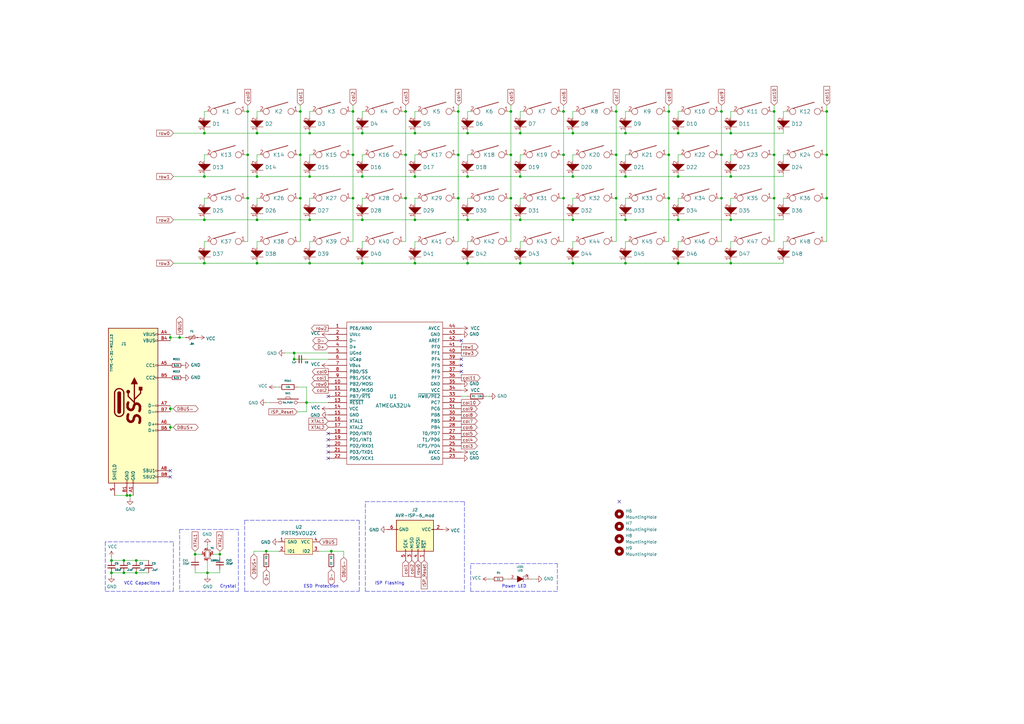
<source format=kicad_sch>
(kicad_sch (version 20211123) (generator eeschema)
  (paper "A3")
  (junction (at 187.96 81.28))
  (junction (at 170.18 90.17))
  (junction (at 191.77 107.95))
  (junction (at 101.6 45.72))
  (junction (at 73.66 138.43))
  (junction (at 231.14 81.28))
  (junction (at 299.72 90.17))
  (junction (at 123.19 45.72))
  (junction (at 209.55 81.28))
  (junction (at 105.41 54.61))
  (junction (at 213.36 107.95))
  (junction (at 101.6 81.28))
  (junction (at 123.19 63.5))
  (junction (at 278.13 72.39))
  (junction (at 274.32 45.72))
  (junction (at 127 54.61))
  (junction (at 148.59 107.95))
  (junction (at 317.5 81.28))
  (junction (at 339.09 63.5))
  (junction (at 166.37 63.5))
  (junction (at 53.34 203.2))
  (junction (at 83.82 72.39))
  (junction (at 256.54 90.17))
  (junction (at 252.73 63.5))
  (junction (at 50.8 229.87))
  (junction (at 105.41 107.95))
  (junction (at 166.37 45.72))
  (junction (at 213.36 90.17))
  (junction (at 105.41 72.39))
  (junction (at 101.6 63.5))
  (junction (at 135.89 226.06))
  (junction (at 339.09 45.72))
  (junction (at 278.13 90.17))
  (junction (at 252.73 81.28))
  (junction (at 295.91 63.5))
  (junction (at 83.82 90.17))
  (junction (at 170.18 54.61))
  (junction (at 55.88 234.95))
  (junction (at 80.01 227.33))
  (junction (at 144.78 81.28))
  (junction (at 120.65 144.78))
  (junction (at 231.14 45.72))
  (junction (at 234.95 90.17))
  (junction (at 295.91 45.72))
  (junction (at 83.82 54.61))
  (junction (at 52.07 203.2))
  (junction (at 123.19 81.28))
  (junction (at 125.73 165.1))
  (junction (at 339.09 81.28))
  (junction (at 127 72.39))
  (junction (at 274.32 81.28))
  (junction (at 252.73 45.72))
  (junction (at 317.5 45.72))
  (junction (at 256.54 54.61))
  (junction (at 274.32 63.5))
  (junction (at 170.18 72.39))
  (junction (at 191.77 90.17))
  (junction (at 144.78 63.5))
  (junction (at 234.95 107.95))
  (junction (at 69.85 167.64))
  (junction (at 278.13 54.61))
  (junction (at 148.59 72.39))
  (junction (at 109.22 226.06))
  (junction (at 55.88 229.87))
  (junction (at 90.17 227.33))
  (junction (at 278.13 107.95))
  (junction (at 45.72 229.87))
  (junction (at 85.09 234.95))
  (junction (at 50.8 234.95))
  (junction (at 105.41 90.17))
  (junction (at 317.5 63.5))
  (junction (at 299.72 72.39))
  (junction (at 295.91 81.28))
  (junction (at 231.14 63.5))
  (junction (at 83.82 107.95))
  (junction (at 170.18 107.95))
  (junction (at 299.72 54.61))
  (junction (at 209.55 63.5))
  (junction (at 127 90.17))
  (junction (at 144.78 45.72))
  (junction (at 299.72 107.95))
  (junction (at 166.37 81.28))
  (junction (at 187.96 63.5))
  (junction (at 256.54 107.95))
  (junction (at 45.72 234.95))
  (junction (at 187.96 45.72))
  (junction (at 69.85 138.43))
  (junction (at 120.65 147.32))
  (junction (at 209.55 45.72))
  (junction (at 191.77 54.61))
  (junction (at 191.77 72.39))
  (junction (at 127 107.95))
  (junction (at 213.36 72.39))
  (junction (at 69.85 175.26))
  (junction (at 234.95 54.61))
  (junction (at 234.95 72.39))
  (junction (at 213.36 54.61))
  (junction (at 256.54 72.39))
  (junction (at 148.59 90.17))
  (junction (at 148.59 54.61))
  (no_connect (at 134.62 182.88))
  (no_connect (at 134.62 187.96))
  (no_connect (at 189.23 139.7))
  (no_connect (at 69.85 193.04))
  (no_connect (at 134.62 177.8))
  (no_connect (at 134.62 180.34))
  (no_connect (at 134.62 162.56))
  (no_connect (at 69.85 195.58))
  (no_connect (at 134.62 185.42))
  (no_connect (at 189.23 149.86))
  (no_connect (at 189.23 147.32))
  (no_connect (at 254 205.74))
  (no_connect (at 189.23 152.4))
  (wire (pts (xy 209.55 63.5) (xy 209.55 81.28)))
  (polyline (pts (xy 100.33 242.57) (xy 100.33 213.36)))
  (wire (pts (xy 106.68 45.72) (xy 105.41 45.72)))
  (wire (pts (xy 110.49 165.1) (xy 109.22 165.1)))
  (wire (pts (xy 295.91 81.28) (xy 295.91 99.06)))
  (wire (pts (xy 69.85 138.43) (xy 69.85 139.7)))
  (wire (pts (xy 187.96 63.5) (xy 186.69 63.5)))
  (wire (pts (xy 128.27 45.72) (xy 127 45.72)))
  (wire (pts (xy 85.09 45.72) (xy 83.82 45.72)))
  (wire (pts (xy 234.95 88.9) (xy 234.95 90.17)))
  (wire (pts (xy 274.32 45.72) (xy 274.32 63.5)))
  (wire (pts (xy 170.18 107.95) (xy 191.77 107.95)))
  (wire (pts (xy 127 90.17) (xy 148.59 90.17)))
  (wire (pts (xy 170.18 71.12) (xy 170.18 72.39)))
  (polyline (pts (xy 73.66 242.57) (xy 97.79 242.57)))
  (wire (pts (xy 231.14 63.5) (xy 231.14 81.28)))
  (wire (pts (xy 299.72 54.61) (xy 321.31 54.61)))
  (wire (pts (xy 140.97 226.06) (xy 140.97 228.6)))
  (wire (pts (xy 256.54 88.9) (xy 256.54 90.17)))
  (wire (pts (xy 105.41 106.68) (xy 105.41 107.95)))
  (wire (pts (xy 127 107.95) (xy 148.59 107.95)))
  (wire (pts (xy 278.13 99.06) (xy 278.13 101.6)))
  (wire (pts (xy 256.54 99.06) (xy 256.54 101.6)))
  (wire (pts (xy 300.99 45.72) (xy 299.72 45.72)))
  (wire (pts (xy 73.66 138.43) (xy 76.2 138.43)))
  (wire (pts (xy 127 99.06) (xy 127 101.6)))
  (wire (pts (xy 191.77 54.61) (xy 213.36 54.61)))
  (wire (pts (xy 71.12 54.61) (xy 83.82 54.61)))
  (wire (pts (xy 339.09 43.18) (xy 339.09 45.72)))
  (wire (pts (xy 83.82 99.06) (xy 83.82 101.6)))
  (wire (pts (xy 209.55 81.28) (xy 209.55 99.06)))
  (wire (pts (xy 127 81.28) (xy 127 83.82)))
  (wire (pts (xy 317.5 99.06) (xy 316.23 99.06)))
  (wire (pts (xy 53.34 203.2) (xy 53.34 204.47)))
  (wire (pts (xy 166.37 63.5) (xy 166.37 81.28)))
  (wire (pts (xy 149.86 63.5) (xy 148.59 63.5)))
  (wire (pts (xy 171.45 45.72) (xy 170.18 45.72)))
  (wire (pts (xy 45.72 234.95) (xy 45.72 236.22)))
  (wire (pts (xy 127 88.9) (xy 127 90.17)))
  (wire (pts (xy 252.73 63.5) (xy 252.73 81.28)))
  (wire (pts (xy 294.64 81.28) (xy 295.91 81.28)))
  (wire (pts (xy 109.22 226.06) (xy 104.14 226.06)))
  (wire (pts (xy 251.46 81.28) (xy 252.73 81.28)))
  (wire (pts (xy 218.44 237.49) (xy 219.71 237.49)))
  (polyline (pts (xy 43.18 242.57) (xy 71.12 242.57)))
  (wire (pts (xy 125.73 165.1) (xy 125.73 168.91)))
  (wire (pts (xy 116.84 144.78) (xy 120.65 144.78)))
  (wire (pts (xy 299.72 106.68) (xy 299.72 107.95)))
  (wire (pts (xy 106.68 63.5) (xy 105.41 63.5)))
  (wire (pts (xy 274.32 63.5) (xy 274.32 81.28)))
  (wire (pts (xy 214.63 99.06) (xy 213.36 99.06)))
  (wire (pts (xy 209.55 99.06) (xy 208.28 99.06)))
  (wire (pts (xy 83.82 45.72) (xy 83.82 48.26)))
  (wire (pts (xy 257.81 63.5) (xy 256.54 63.5)))
  (wire (pts (xy 130.81 226.06) (xy 135.89 226.06)))
  (wire (pts (xy 295.91 43.18) (xy 295.91 45.72)))
  (wire (pts (xy 339.09 45.72) (xy 339.09 63.5)))
  (wire (pts (xy 214.63 63.5) (xy 213.36 63.5)))
  (wire (pts (xy 299.72 90.17) (xy 321.31 90.17)))
  (wire (pts (xy 144.78 63.5) (xy 143.51 63.5)))
  (wire (pts (xy 321.31 81.28) (xy 321.31 83.82)))
  (wire (pts (xy 121.92 45.72) (xy 123.19 45.72)))
  (wire (pts (xy 193.04 99.06) (xy 191.77 99.06)))
  (wire (pts (xy 125.73 158.75) (xy 125.73 165.1)))
  (wire (pts (xy 104.14 226.06) (xy 104.14 227.33)))
  (wire (pts (xy 234.95 72.39) (xy 256.54 72.39)))
  (wire (pts (xy 144.78 45.72) (xy 144.78 63.5)))
  (wire (pts (xy 85.09 234.95) (xy 90.17 234.95)))
  (wire (pts (xy 105.41 72.39) (xy 127 72.39)))
  (polyline (pts (xy 228.6 242.57) (xy 193.04 242.57)))
  (wire (pts (xy 85.09 99.06) (xy 83.82 99.06)))
  (wire (pts (xy 300.99 81.28) (xy 299.72 81.28)))
  (wire (pts (xy 234.95 45.72) (xy 234.95 48.26)))
  (wire (pts (xy 120.65 147.32) (xy 124.46 147.32)))
  (wire (pts (xy 170.18 90.17) (xy 191.77 90.17)))
  (polyline (pts (xy 73.66 217.17) (xy 73.66 242.57)))
  (wire (pts (xy 295.91 45.72) (xy 295.91 63.5)))
  (wire (pts (xy 85.09 229.87) (xy 85.09 234.95)))
  (wire (pts (xy 69.85 167.64) (xy 69.85 168.91)))
  (polyline (pts (xy 190.5 242.57) (xy 149.86 242.57)))
  (wire (pts (xy 106.68 99.06) (xy 105.41 99.06)))
  (wire (pts (xy 299.72 99.06) (xy 299.72 101.6)))
  (wire (pts (xy 231.14 43.18) (xy 231.14 45.72)))
  (wire (pts (xy 123.19 81.28) (xy 123.19 99.06)))
  (wire (pts (xy 106.68 81.28) (xy 105.41 81.28)))
  (wire (pts (xy 85.09 234.95) (xy 85.09 236.22)))
  (wire (pts (xy 120.65 147.32) (xy 120.65 144.78)))
  (wire (pts (xy 213.36 71.12) (xy 213.36 72.39)))
  (wire (pts (xy 236.22 99.06) (xy 234.95 99.06)))
  (wire (pts (xy 256.54 54.61) (xy 278.13 54.61)))
  (wire (pts (xy 322.58 63.5) (xy 321.31 63.5)))
  (wire (pts (xy 170.18 72.39) (xy 191.77 72.39)))
  (wire (pts (xy 148.59 90.17) (xy 170.18 90.17)))
  (wire (pts (xy 71.12 175.26) (xy 69.85 175.26)))
  (wire (pts (xy 321.31 63.5) (xy 321.31 66.04)))
  (wire (pts (xy 256.54 63.5) (xy 256.54 66.04)))
  (wire (pts (xy 127 54.61) (xy 148.59 54.61)))
  (wire (pts (xy 339.09 99.06) (xy 337.82 99.06)))
  (wire (pts (xy 321.31 90.17) (xy 321.31 88.9)))
  (wire (pts (xy 83.82 54.61) (xy 105.41 54.61)))
  (wire (pts (xy 299.72 53.34) (xy 299.72 54.61)))
  (wire (pts (xy 50.8 234.95) (xy 45.72 234.95)))
  (wire (pts (xy 187.96 63.5) (xy 187.96 81.28)))
  (wire (pts (xy 105.41 63.5) (xy 105.41 66.04)))
  (wire (pts (xy 149.86 99.06) (xy 148.59 99.06)))
  (wire (pts (xy 321.31 72.39) (xy 321.31 71.12)))
  (wire (pts (xy 144.78 63.5) (xy 144.78 81.28)))
  (wire (pts (xy 83.82 53.34) (xy 83.82 54.61)))
  (wire (pts (xy 191.77 53.34) (xy 191.77 54.61)))
  (wire (pts (xy 101.6 43.18) (xy 101.6 45.72)))
  (wire (pts (xy 100.33 45.72) (xy 101.6 45.72)))
  (polyline (pts (xy 149.86 242.57) (xy 149.86 205.74)))
  (wire (pts (xy 339.09 81.28) (xy 339.09 99.06)))
  (wire (pts (xy 170.18 63.5) (xy 170.18 66.04)))
  (wire (pts (xy 125.73 168.91) (xy 121.92 168.91)))
  (wire (pts (xy 165.1 81.28) (xy 166.37 81.28)))
  (wire (pts (xy 193.04 63.5) (xy 191.77 63.5)))
  (wire (pts (xy 123.19 63.5) (xy 123.19 81.28)))
  (wire (pts (xy 209.55 45.72) (xy 209.55 63.5)))
  (wire (pts (xy 52.07 203.2) (xy 53.34 203.2)))
  (wire (pts (xy 300.99 63.5) (xy 299.72 63.5)))
  (wire (pts (xy 166.37 45.72) (xy 166.37 63.5)))
  (wire (pts (xy 114.3 226.06) (xy 109.22 226.06)))
  (wire (pts (xy 278.13 71.12) (xy 278.13 72.39)))
  (wire (pts (xy 45.72 228.6) (xy 45.72 229.87)))
  (wire (pts (xy 274.32 63.5) (xy 273.05 63.5)))
  (wire (pts (xy 166.37 43.18) (xy 166.37 45.72)))
  (wire (pts (xy 50.8 229.87) (xy 45.72 229.87)))
  (wire (pts (xy 127 106.68) (xy 127 107.95)))
  (wire (pts (xy 214.63 81.28) (xy 213.36 81.28)))
  (wire (pts (xy 121.92 158.75) (xy 125.73 158.75)))
  (wire (pts (xy 294.64 45.72) (xy 295.91 45.72)))
  (wire (pts (xy 100.33 81.28) (xy 101.6 81.28)))
  (wire (pts (xy 60.96 229.87) (xy 55.88 229.87)))
  (wire (pts (xy 120.65 144.78) (xy 134.62 144.78)))
  (wire (pts (xy 234.95 99.06) (xy 234.95 101.6)))
  (wire (pts (xy 295.91 63.5) (xy 294.64 63.5)))
  (wire (pts (xy 69.85 137.16) (xy 69.85 138.43)))
  (wire (pts (xy 71.12 167.64) (xy 69.85 167.64)))
  (polyline (pts (xy 190.5 205.74) (xy 190.5 242.57)))
  (wire (pts (xy 191.77 106.68) (xy 191.77 107.95)))
  (wire (pts (xy 189.23 162.56) (xy 191.77 162.56)))
  (wire (pts (xy 257.81 45.72) (xy 256.54 45.72)))
  (wire (pts (xy 256.54 45.72) (xy 256.54 48.26)))
  (wire (pts (xy 83.82 107.95) (xy 71.12 107.95)))
  (wire (pts (xy 299.72 71.12) (xy 299.72 72.39)))
  (wire (pts (xy 170.18 45.72) (xy 170.18 48.26)))
  (wire (pts (xy 128.27 63.5) (xy 127 63.5)))
  (wire (pts (xy 83.82 106.68) (xy 83.82 107.95)))
  (wire (pts (xy 148.59 72.39) (xy 170.18 72.39)))
  (wire (pts (xy 256.54 90.17) (xy 278.13 90.17)))
  (wire (pts (xy 295.91 63.5) (xy 295.91 81.28)))
  (wire (pts (xy 90.17 227.33) (xy 90.17 226.06)))
  (wire (pts (xy 83.82 72.39) (xy 105.41 72.39)))
  (wire (pts (xy 200.66 237.49) (xy 201.93 237.49)))
  (wire (pts (xy 234.95 81.28) (xy 234.95 83.82)))
  (wire (pts (xy 85.09 223.52) (xy 85.09 224.79)))
  (wire (pts (xy 213.36 88.9) (xy 213.36 90.17)))
  (wire (pts (xy 299.72 45.72) (xy 299.72 48.26)))
  (wire (pts (xy 83.82 107.95) (xy 105.41 107.95)))
  (wire (pts (xy 83.82 88.9) (xy 83.82 90.17)))
  (wire (pts (xy 148.59 45.72) (xy 148.59 48.26)))
  (wire (pts (xy 257.81 81.28) (xy 256.54 81.28)))
  (wire (pts (xy 171.45 81.28) (xy 170.18 81.28)))
  (wire (pts (xy 191.77 45.72) (xy 191.77 48.26)))
  (wire (pts (xy 80.01 233.68) (xy 80.01 234.95)))
  (polyline (pts (xy 147.32 213.36) (xy 147.32 242.57)))
  (wire (pts (xy 148.59 106.68) (xy 148.59 107.95)))
  (wire (pts (xy 105.41 71.12) (xy 105.41 72.39)))
  (wire (pts (xy 322.58 81.28) (xy 321.31 81.28)))
  (wire (pts (xy 209.55 63.5) (xy 208.28 63.5)))
  (wire (pts (xy 317.5 81.28) (xy 317.5 99.06)))
  (wire (pts (xy 274.32 43.18) (xy 274.32 45.72)))
  (wire (pts (xy 213.36 90.17) (xy 234.95 90.17)))
  (wire (pts (xy 256.54 71.12) (xy 256.54 72.39)))
  (wire (pts (xy 144.78 99.06) (xy 143.51 99.06)))
  (wire (pts (xy 213.36 45.72) (xy 213.36 48.26)))
  (wire (pts (xy 191.77 81.28) (xy 191.77 83.82)))
  (wire (pts (xy 187.96 99.06) (xy 186.69 99.06)))
  (wire (pts (xy 256.54 81.28) (xy 256.54 83.82)))
  (wire (pts (xy 322.58 99.06) (xy 321.31 99.06)))
  (wire (pts (xy 208.28 81.28) (xy 209.55 81.28)))
  (wire (pts (xy 80.01 227.33) (xy 80.01 228.6)))
  (wire (pts (xy 252.73 81.28) (xy 252.73 99.06)))
  (wire (pts (xy 229.87 81.28) (xy 231.14 81.28)))
  (wire (pts (xy 125.73 147.32) (xy 134.62 147.32)))
  (wire (pts (xy 191.77 63.5) (xy 191.77 66.04)))
  (wire (pts (xy 69.85 138.43) (xy 73.66 138.43)))
  (wire (pts (xy 127 72.39) (xy 148.59 72.39)))
  (wire (pts (xy 234.95 90.17) (xy 256.54 90.17)))
  (wire (pts (xy 149.86 81.28) (xy 148.59 81.28)))
  (wire (pts (xy 316.23 45.72) (xy 317.5 45.72)))
  (wire (pts (xy 213.36 53.34) (xy 213.36 54.61)))
  (wire (pts (xy 234.95 53.34) (xy 234.95 54.61)))
  (wire (pts (xy 337.82 45.72) (xy 339.09 45.72)))
  (wire (pts (xy 46.99 203.2) (xy 52.07 203.2)))
  (wire (pts (xy 213.36 99.06) (xy 213.36 101.6)))
  (wire (pts (xy 123.19 43.18) (xy 123.19 45.72)))
  (wire (pts (xy 166.37 81.28) (xy 166.37 99.06)))
  (wire (pts (xy 279.4 63.5) (xy 278.13 63.5)))
  (polyline (pts (xy 193.04 242.57) (xy 193.04 231.14)))
  (wire (pts (xy 128.27 99.06) (xy 127 99.06)))
  (wire (pts (xy 101.6 63.5) (xy 101.6 81.28)))
  (wire (pts (xy 143.51 45.72) (xy 144.78 45.72)))
  (wire (pts (xy 170.18 88.9) (xy 170.18 90.17)))
  (wire (pts (xy 273.05 81.28) (xy 274.32 81.28)))
  (wire (pts (xy 170.18 54.61) (xy 191.77 54.61)))
  (wire (pts (xy 252.73 43.18) (xy 252.73 45.72)))
  (wire (pts (xy 256.54 53.34) (xy 256.54 54.61)))
  (wire (pts (xy 85.09 81.28) (xy 83.82 81.28)))
  (wire (pts (xy 278.13 88.9) (xy 278.13 90.17)))
  (wire (pts (xy 231.14 81.28) (xy 231.14 99.06)))
  (wire (pts (xy 278.13 53.34) (xy 278.13 54.61)))
  (wire (pts (xy 299.72 107.95) (xy 321.31 107.95)))
  (wire (pts (xy 299.72 72.39) (xy 321.31 72.39)))
  (wire (pts (xy 85.09 63.5) (xy 83.82 63.5)))
  (wire (pts (xy 213.36 54.61) (xy 234.95 54.61)))
  (wire (pts (xy 55.88 229.87) (xy 50.8 229.87)))
  (wire (pts (xy 191.77 99.06) (xy 191.77 101.6)))
  (wire (pts (xy 213.36 106.68) (xy 213.36 107.95)))
  (wire (pts (xy 209.55 43.18) (xy 209.55 45.72)))
  (wire (pts (xy 105.41 99.06) (xy 105.41 101.6)))
  (wire (pts (xy 213.36 81.28) (xy 213.36 83.82)))
  (wire (pts (xy 317.5 63.5) (xy 316.23 63.5)))
  (wire (pts (xy 127 63.5) (xy 127 66.04)))
  (wire (pts (xy 295.91 99.06) (xy 294.64 99.06)))
  (wire (pts (xy 191.77 88.9) (xy 191.77 90.17)))
  (wire (pts (xy 256.54 107.95) (xy 278.13 107.95)))
  (wire (pts (xy 321.31 45.72) (xy 321.31 48.26)))
  (wire (pts (xy 83.82 72.39) (xy 71.12 72.39)))
  (polyline (pts (xy 43.18 222.25) (xy 43.18 242.57)))
  (wire (pts (xy 278.13 63.5) (xy 278.13 66.04)))
  (wire (pts (xy 127 53.34) (xy 127 54.61)))
  (wire (pts (xy 90.17 234.95) (xy 90.17 233.68)))
  (wire (pts (xy 337.82 81.28) (xy 339.09 81.28)))
  (wire (pts (xy 105.41 54.61) (xy 127 54.61)))
  (wire (pts (xy 321.31 54.61) (xy 321.31 53.34)))
  (wire (pts (xy 278.13 107.95) (xy 299.72 107.95)))
  (wire (pts (xy 105.41 88.9) (xy 105.41 90.17)))
  (wire (pts (xy 171.45 99.06) (xy 170.18 99.06)))
  (wire (pts (xy 317.5 63.5) (xy 317.5 81.28)))
  (wire (pts (xy 186.69 45.72) (xy 187.96 45.72)))
  (wire (pts (xy 69.85 175.26) (xy 69.85 176.53)))
  (wire (pts (xy 231.14 63.5) (xy 229.87 63.5)))
  (wire (pts (xy 234.95 107.95) (xy 256.54 107.95)))
  (wire (pts (xy 134.62 165.1) (xy 125.73 165.1)))
  (polyline (pts (xy 100.33 213.36) (xy 147.32 213.36)))
  (wire (pts (xy 252.73 63.5) (xy 251.46 63.5)))
  (wire (pts (xy 90.17 227.33) (xy 90.17 228.6)))
  (wire (pts (xy 236.22 81.28) (xy 234.95 81.28)))
  (wire (pts (xy 105.41 81.28) (xy 105.41 83.82)))
  (wire (pts (xy 321.31 99.06) (xy 321.31 101.6)))
  (wire (pts (xy 114.3 158.75) (xy 113.03 158.75)))
  (wire (pts (xy 231.14 45.72) (xy 231.14 63.5)))
  (wire (pts (xy 278.13 81.28) (xy 278.13 83.82)))
  (wire (pts (xy 123.19 63.5) (xy 121.92 63.5)))
  (wire (pts (xy 300.99 99.06) (xy 299.72 99.06)))
  (wire (pts (xy 213.36 107.95) (xy 234.95 107.95)))
  (wire (pts (xy 82.55 227.33) (xy 80.01 227.33)))
  (wire (pts (xy 144.78 81.28) (xy 144.78 99.06)))
  (wire (pts (xy 191.77 72.39) (xy 213.36 72.39)))
  (wire (pts (xy 279.4 45.72) (xy 278.13 45.72)))
  (wire (pts (xy 199.39 162.56) (xy 200.66 162.56)))
  (wire (pts (xy 55.88 234.95) (xy 50.8 234.95)))
  (wire (pts (xy 170.18 99.06) (xy 170.18 101.6)))
  (wire (pts (xy 252.73 99.06) (xy 251.46 99.06)))
  (wire (pts (xy 123.19 45.72) (xy 123.19 63.5)))
  (wire (pts (xy 148.59 54.61) (xy 170.18 54.61)))
  (wire (pts (xy 171.45 63.5) (xy 170.18 63.5)))
  (wire (pts (xy 251.46 45.72) (xy 252.73 45.72)))
  (wire (pts (xy 105.41 53.34) (xy 105.41 54.61)))
  (wire (pts (xy 135.89 226.06) (xy 140.97 226.06)))
  (wire (pts (xy 60.96 234.95) (xy 55.88 234.95)))
  (polyline (pts (xy 100.33 242.57) (xy 147.32 242.57)))
  (wire (pts (xy 128.27 81.28) (xy 127 81.28)))
  (wire (pts (xy 213.36 63.5) (xy 213.36 66.04)))
  (wire (pts (xy 144.78 43.18) (xy 144.78 45.72)))
  (wire (pts (xy 278.13 54.61) (xy 299.72 54.61)))
  (wire (pts (xy 252.73 45.72) (xy 252.73 63.5)))
  (wire (pts (xy 166.37 99.06) (xy 165.1 99.06)))
  (wire (pts (xy 317.5 45.72) (xy 317.5 63.5)))
  (wire (pts (xy 53.34 203.2) (xy 54.61 203.2)))
  (wire (pts (xy 234.95 71.12) (xy 234.95 72.39)))
  (wire (pts (xy 316.23 81.28) (xy 317.5 81.28)))
  (wire (pts (xy 148.59 71.12) (xy 148.59 72.39)))
  (wire (pts (xy 231.14 99.06) (xy 229.87 99.06)))
  (wire (pts (xy 148.59 53.34) (xy 148.59 54.61)))
  (wire (pts (xy 105.41 45.72) (xy 105.41 48.26)))
  (wire (pts (xy 236.22 63.5) (xy 234.95 63.5)))
  (wire (pts (xy 207.01 237.49) (xy 208.28 237.49)))
  (polyline (pts (xy 149.86 205.74) (xy 190.5 205.74)))
  (wire (pts (xy 170.18 53.34) (xy 170.18 54.61)))
  (wire (pts (xy 166.37 63.5) (xy 165.1 63.5)))
  (wire (pts (xy 214.63 45.72) (xy 213.36 45.72)))
  (wire (pts (xy 213.36 72.39) (xy 234.95 72.39)))
  (wire (pts (xy 83.82 63.5) (xy 83.82 66.04)))
  (wire (pts (xy 256.54 72.39) (xy 278.13 72.39)))
  (wire (pts (xy 148.59 63.5) (xy 148.59 66.04)))
  (wire (pts (xy 273.05 45.72) (xy 274.32 45.72)))
  (wire (pts (xy 148.59 107.95) (xy 170.18 107.95)))
  (wire (pts (xy 236.22 45.72) (xy 234.95 45.72)))
  (wire (pts (xy 87.63 227.33) (xy 90.17 227.33)))
  (polyline (pts (xy 73.66 217.17) (xy 97.79 217.17)))
  (wire (pts (xy 187.96 43.18) (xy 187.96 45.72)))
  (wire (pts (xy 187.96 81.28) (xy 187.96 99.06)))
  (wire (pts (xy 105.41 107.95) (xy 127 107.95)))
  (wire (pts (xy 143.51 81.28) (xy 144.78 81.28)))
  (wire (pts (xy 279.4 81.28) (xy 278.13 81.28)))
  (wire (pts (xy 127 45.72) (xy 127 48.26)))
  (wire (pts (xy 234.95 63.5) (xy 234.95 66.04)))
  (wire (pts (xy 278.13 106.68) (xy 278.13 107.95)))
  (wire (pts (xy 80.01 227.33) (xy 80.01 226.06)))
  (wire (pts (xy 80.01 234.95) (xy 85.09 234.95)))
  (wire (pts (xy 83.82 90.17) (xy 105.41 90.17)))
  (wire (pts (xy 83.82 90.17) (xy 71.12 90.17)))
  (wire (pts (xy 69.85 166.37) (xy 69.85 167.64)))
  (wire (pts (xy 127 71.12) (xy 127 72.39)))
  (polyline (pts (xy 71.12 222.25) (xy 43.18 222.25)))
  (wire (pts (xy 193.04 45.72) (xy 191.77 45.72)))
  (wire (pts (xy 229.87 45.72) (xy 231.14 45.72)))
  (wire (pts (xy 148.59 88.9) (xy 148.59 90.17)))
  (wire (pts (xy 148.59 81.28) (xy 148.59 83.82)))
  (wire (pts (xy 101.6 99.06) (xy 100.33 99.06)))
  (wire (pts (xy 149.86 45.72) (xy 148.59 45.72)))
  (wire (pts (xy 187.96 45.72) (xy 187.96 63.5)))
  (wire (pts (xy 278.13 72.39) (xy 299.72 72.39)))
  (wire (pts (xy 101.6 81.28) (xy 101.6 99.06)))
  (wire (pts (xy 165.1 45.72) (xy 166.37 45.72)))
  (wire (pts (xy 321.31 107.95) (xy 321.31 106.68)))
  (wire (pts (xy 274.32 81.28) (xy 274.32 99.06)))
  (wire (pts (xy 322.58 45.72) (xy 321.31 45.72)))
  (wire (pts (xy 234.95 106.68) (xy 234.95 107.95)))
  (wire (pts (xy 208.28 45.72) (xy 209.55 45.72)))
  (wire (pts (xy 256.54 106.68) (xy 256.54 107.95)))
  (wire (pts (xy 170.18 106.68) (xy 170.18 107.95)))
  (wire (pts (xy 186.69 81.28) (xy 187.96 81.28)))
  (wire (pts (xy 83.82 71.12) (xy 83.82 72.39)))
  (wire (pts (xy 299.72 63.5) (xy 299.72 66.04)))
  (wire (pts (xy 278.13 90.17) (xy 299.72 90.17)))
  (wire (pts (xy 339.09 63.5) (xy 337.82 63.5)))
  (wire (pts (xy 257.81 99.06) (xy 256.54 99.06)))
  (polyline (pts (xy 193.04 231.14) (xy 228.6 231.14)))
  (wire (pts (xy 148.59 99.06) (xy 148.59 101.6)))
  (wire (pts (xy 170.18 81.28) (xy 170.18 83.82)))
  (wire (pts (xy 191.77 90.17) (xy 213.36 90.17)))
  (wire (pts (xy 274.32 99.06) (xy 273.05 99.06)))
  (wire (pts (xy 73.66 137.16) (xy 73.66 138.43)))
  (wire (pts (xy 279.4 99.06) (xy 278.13 99.06)))
  (wire (pts (xy 299.72 81.28) (xy 299.72 83.82)))
  (wire (pts (xy 105.41 90.17) (xy 127 90.17)))
  (wire (pts (xy 193.04 81.28) (xy 191.77 81.28)))
  (wire (pts (xy 101.6 45.72) (xy 101.6 63.5)))
  (wire (pts (xy 121.92 81.28) (xy 123.19 81.28)))
  (wire (pts (xy 191.77 107.95) (xy 213.36 107.95)))
  (wire (pts (xy 339.09 63.5) (xy 339.09 81.28)))
  (wire (pts (xy 69.85 173.99) (xy 69.85 175.26)))
  (wire (pts (xy 191.77 71.12) (xy 191.77 72.39)))
  (wire (pts (xy 123.19 99.06) (xy 121.92 99.06)))
  (wire (pts (xy 317.5 43.18) (xy 317.5 45.72)))
  (polyline (pts (xy 97.79 242.57) (xy 97.79 217.17)))
  (wire (pts (xy 278.13 45.72) (xy 278.13 48.26)))
  (wire (pts (xy 83.82 81.28) (xy 83.82 83.82)))
  (wire (pts (xy 299.72 88.9) (xy 299.72 90.17)))
  (polyline (pts (xy 71.12 242.57) (xy 71.12 222.25)))
  (polyline (pts (xy 228.6 231.14) (xy 228.6 242.57)))
  (wire (pts (xy 101.6 63.5) (xy 100.33 63.5)))
  (wire (pts (xy 234.95 54.61) (xy 256.54 54.61)))
  (text "ESD Protection" (at 124.46 241.3 0) (effects (font (size 1.27 1.27)) (justify left bottom)))
  (text "Crystal" (at 90.17 241.3 0) (effects (font (size 1.27 1.27)) (justify left bottom)))
  (text "Power LED" (at 205.74 241.3 0) (effects (font (size 1.27 1.27)) (justify left bottom)))
  (text "VCC Capacitors" (at 50.8 240.03 0) (effects (font (size 1.27 1.27)) (justify left bottom)))
  (text "ISP Flashing" (at 153.67 240.03 0) (effects (font (size 1.27 1.27)) (justify left bottom)))
  (global_label "VBUS" (shape input) (at 130.81 222.25 0) (property "Intersheet References" "${INTERSHEET_REFS}" (effects hide)))
  (global_label "col8" (shape input) (at 274.32 43.18 90) (property "Intersheet References" "${INTERSHEET_REFS}" (effects hide)))
  (global_label "col2" (shape input) (at 168.91 229.87 270) (property "Intersheet References" "${INTERSHEET_REFS}" (effects hide)))
  (global_label "col4" (shape input) (at 187.96 43.18 90) (property "Intersheet References" "${INTERSHEET_REFS}" (effects hide)))
  (global_label "col7" (shape output) (at 189.23 172.72 0) (property "Intersheet References" "${INTERSHEET_REFS}" (effects hide)))
  (global_label "row2" (shape input) (at 71.12 90.17 180) (property "Intersheet References" "${INTERSHEET_REFS}" (effects hide)))
  (global_label "col0" (shape output) (at 134.62 152.4 180) (property "Intersheet References" "${INTERSHEET_REFS}" (effects hide)))
  (global_label "col2" (shape input) (at 144.78 43.18 90) (property "Intersheet References" "${INTERSHEET_REFS}" (effects hide)))
  (global_label "XTAL1" (shape input) (at 80.01 226.06 90) (property "Intersheet References" "${INTERSHEET_REFS}" (effects hide)))
  (global_label "D+" (shape bidirectional) (at 134.62 142.24 180) (property "Intersheet References" "${INTERSHEET_REFS}" (effects hide)))
  (global_label "row0" (shape output) (at 134.62 157.48 180) (property "Intersheet References" "${INTERSHEET_REFS}" (effects hide)))
  (global_label "VBUS" (shape output) (at 73.66 137.16 90) (property "Intersheet References" "${INTERSHEET_REFS}" (effects hide)))
  (global_label "col4" (shape output) (at 189.23 180.34 0) (property "Intersheet References" "${INTERSHEET_REFS}" (effects hide)))
  (global_label "row3" (shape input) (at 71.12 107.95 180) (property "Intersheet References" "${INTERSHEET_REFS}" (effects hide)))
  (global_label "col3" (shape input) (at 166.37 43.18 90) (property "Intersheet References" "${INTERSHEET_REFS}" (effects hide)))
  (global_label "D+" (shape bidirectional) (at 109.22 233.68 270) (property "Intersheet References" "${INTERSHEET_REFS}" (effects hide)))
  (global_label "D-" (shape bidirectional) (at 134.62 139.7 180) (property "Intersheet References" "${INTERSHEET_REFS}" (effects hide)))
  (global_label "col7" (shape input) (at 252.73 43.18 90) (property "Intersheet References" "${INTERSHEET_REFS}" (effects hide)))
  (global_label "col5" (shape input) (at 209.55 43.18 90) (property "Intersheet References" "${INTERSHEET_REFS}" (effects hide)))
  (global_label "col9" (shape input) (at 295.91 43.18 90) (property "Intersheet References" "${INTERSHEET_REFS}" (effects hide)))
  (global_label "DBUS-" (shape bidirectional) (at 140.97 228.6 270) (property "Intersheet References" "${INTERSHEET_REFS}" (effects hide)))
  (global_label "col2" (shape output) (at 134.62 160.02 180) (property "Intersheet References" "${INTERSHEET_REFS}" (effects hide)))
  (global_label "col6" (shape input) (at 231.14 43.18 90) (property "Intersheet References" "${INTERSHEET_REFS}" (effects hide)))
  (global_label "row1" (shape output) (at 189.23 142.24 0) (property "Intersheet References" "${INTERSHEET_REFS}" (effects hide)))
  (global_label "col9" (shape output) (at 189.23 167.64 0) (property "Intersheet References" "${INTERSHEET_REFS}" (effects hide)))
  (global_label "D-" (shape bidirectional) (at 135.89 233.68 270) (property "Intersheet References" "${INTERSHEET_REFS}" (effects hide)))
  (global_label "row0" (shape input) (at 171.45 229.87 270) (property "Intersheet References" "${INTERSHEET_REFS}" (effects hide)))
  (global_label "col10" (shape output) (at 189.23 165.1 0) (property "Intersheet References" "${INTERSHEET_REFS}" (effects hide)))
  (global_label "row2" (shape output) (at 134.62 134.62 180) (property "Intersheet References" "${INTERSHEET_REFS}" (effects hide)))
  (global_label "col8" (shape output) (at 189.23 170.18 0) (property "Intersheet References" "${INTERSHEET_REFS}" (effects hide)))
  (global_label "DBUS+" (shape bidirectional) (at 71.12 175.26 0) (property "Intersheet References" "${INTERSHEET_REFS}" (effects hide)))
  (global_label "ISP_Reset" (shape input) (at 173.99 229.87 270) (property "Intersheet References" "${INTERSHEET_REFS}" (effects hide)))
  (global_label "XTAL2" (shape input) (at 90.17 226.06 90) (property "Intersheet References" "${INTERSHEET_REFS}" (effects hide)))
  (global_label "XTAL1" (shape input) (at 134.62 172.72 180) (property "Intersheet References" "${INTERSHEET_REFS}" (effects hide)))
  (global_label "col1" (shape input) (at 166.37 229.87 270) (property "Intersheet References" "${INTERSHEET_REFS}" (effects hide)))
  (global_label "row0" (shape input) (at 71.12 54.61 180) (property "Intersheet References" "${INTERSHEET_REFS}" (effects hide)))
  (global_label "col11" (shape output) (at 189.23 154.94 0) (property "Intersheet References" "${INTERSHEET_REFS}" (effects hide)))
  (global_label "ISP_Reset" (shape input) (at 121.92 168.91 180) (property "Intersheet References" "${INTERSHEET_REFS}" (effects hide)))
  (global_label "col10" (shape input) (at 317.5 43.18 90) (property "Intersheet References" "${INTERSHEET_REFS}" (effects hide)))
  (global_label "col5" (shape output) (at 189.23 177.8 0) (property "Intersheet References" "${INTERSHEET_REFS}" (effects hide)))
  (global_label "col3" (shape output) (at 189.23 182.88 0) (property "Intersheet References" "${INTERSHEET_REFS}" (effects hide)))
  (global_label "col0" (shape input) (at 101.6 43.18 90) (property "Intersheet References" "${INTERSHEET_REFS}" (effects hide)))
  (global_label "XTAL2" (shape input) (at 134.62 175.26 180) (property "Intersheet References" "${INTERSHEET_REFS}" (effects hide)))
  (global_label "row1" (shape input) (at 71.12 72.39 180) (property "Intersheet References" "${INTERSHEET_REFS}" (effects hide)))
  (global_label "col11" (shape input) (at 339.09 43.18 90) (property "Intersheet References" "${INTERSHEET_REFS}" (effects hide)))
  (global_label "col6" (shape output) (at 189.23 175.26 0) (property "Intersheet References" "${INTERSHEET_REFS}" (effects hide)))
  (global_label "row3" (shape output) (at 189.23 144.78 0) (property "Intersheet References" "${INTERSHEET_REFS}" (effects hide)))
  (global_label "col1" (shape output) (at 134.62 154.94 180) (property "Intersheet References" "${INTERSHEET_REFS}" (effects hide)))
  (global_label "DBUS+" (shape bidirectional) (at 104.14 227.33 270) (property "Intersheet References" "${INTERSHEET_REFS}" (effects hide)))
  (global_label "DBUS-" (shape bidirectional) (at 71.12 167.64 0) (property "Intersheet References" "${INTERSHEET_REFS}" (effects hide)))
  (global_label "col1" (shape input) (at 123.19 43.18 90) (property "Intersheet References" "${INTERSHEET_REFS}" (effects hide)))
  (symbol (lib_id "pcb-rescue:KEYSW-keyboard_parts-Ori-rescue-lucy-rescue") (at 92.71 45.72 0) (unit 1)
    (property "Reference" "K1" (at 92.71 45.72 0) (effects (font (size 1.524 1.524))))
    (property "Value" "KEYSW" (effects hide))
    (property "Footprint" "MX_Only:MXOnly-1U-Hotswap" (effects hide))
  )
  (symbol (lib_id "pcb-rescue:KEYSW-keyboard_parts-Ori-rescue-lucy-rescue") (at 92.71 63.5 0) (unit 1)
    (property "Reference" "K13" (at 92.71 63.5 0) (effects (font (size 1.524 1.524))))
    (property "Value" "KEYSW" (effects hide))
    (property "Footprint" "MX_Only:MXOnly-1U-Hotswap" (effects hide))
  )
  (symbol (lib_id "pcb-rescue:D-keyboard_parts-Ori-rescue-lucy-rescue") (at 83.82 52.07 180) (unit 1)
    (property "Reference" "D1" (at 87.0712 50.8 0) (effects (font (size 1.524 1.524)) (justify right)))
    (property "Value" "D" (effects hide))
    (property "Footprint" "Keeb_footprints:D_SOD-123_modified" (effects hide))
  )
  (symbol (lib_id "pcb-rescue:D-keyboard_parts-Ori-rescue-lucy-rescue") (at 83.82 69.85 180) (unit 1)
    (property "Reference" "D13" (at 87.0712 68.58 0) (effects (font (size 1.524 1.524)) (justify right)))
    (property "Value" "D" (effects hide))
    (property "Footprint" "Keeb_footprints:D_SOD-123_modified" (effects hide))
  )
  (symbol (lib_id "pcb-rescue:KEYSW-keyboard_parts-Ori-rescue-lucy-rescue") (at 114.3 45.72 0) (unit 1)
    (property "Reference" "K2" (at 114.3 45.72 0) (effects (font (size 1.524 1.524))))
    (property "Value" "KEYSW" (effects hide))
    (property "Footprint" "MX_Only:MXOnly-1U-Hotswap" (effects hide))
  )
  (symbol (lib_id "pcb-rescue:KEYSW-keyboard_parts-Ori-rescue-lucy-rescue") (at 114.3 63.5 0) (unit 1)
    (property "Reference" "K14" (at 114.3 63.5 0) (effects (font (size 1.524 1.524))))
    (property "Value" "KEYSW" (effects hide))
    (property "Footprint" "MX_Only:MXOnly-1U-Hotswap" (effects hide))
  )
  (symbol (lib_id "pcb-rescue:D-keyboard_parts-Ori-rescue-lucy-rescue") (at 105.41 52.07 180) (unit 1)
    (property "Reference" "D2" (at 108.6612 50.8 0) (effects (font (size 1.524 1.524)) (justify right)))
    (property "Value" "D" (effects hide))
    (property "Footprint" "Keeb_footprints:D_SOD-123_modified" (effects hide))
  )
  (symbol (lib_id "pcb-rescue:D-keyboard_parts-Ori-rescue-lucy-rescue") (at 105.41 69.85 180) (unit 1)
    (property "Reference" "D14" (at 108.6612 68.58 0) (effects (font (size 1.524 1.524)) (justify right)))
    (property "Value" "D" (effects hide))
    (property "Footprint" "Keeb_footprints:D_SOD-123_modified" (effects hide))
  )
  (symbol (lib_id "pcb-rescue:KEYSW-keyboard_parts-Ori-rescue-lucy-rescue") (at 135.89 45.72 0) (unit 1)
    (property "Reference" "K3" (at 135.89 45.72 0) (effects (font (size 1.524 1.524))))
    (property "Value" "KEYSW" (effects hide))
    (property "Footprint" "MX_Only:MXOnly-1U-Hotswap" (effects hide))
  )
  (symbol (lib_id "pcb-rescue:KEYSW-keyboard_parts-Ori-rescue-lucy-rescue") (at 135.89 63.5 0) (unit 1)
    (property "Reference" "K15" (at 135.89 63.5 0) (effects (font (size 1.524 1.524))))
    (property "Value" "KEYSW" (effects hide))
    (property "Footprint" "MX_Only:MXOnly-1U-Hotswap" (effects hide))
  )
  (symbol (lib_id "pcb-rescue:D-keyboard_parts-Ori-rescue-lucy-rescue") (at 127 52.07 180) (unit 1)
    (property "Reference" "D3" (at 130.2512 50.8 0) (effects (font (size 1.524 1.524)) (justify right)))
    (property "Value" "D" (effects hide))
    (property "Footprint" "Keeb_footprints:D_SOD-123_modified" (effects hide))
  )
  (symbol (lib_id "pcb-rescue:D-keyboard_parts-Ori-rescue-lucy-rescue") (at 127 69.85 180) (unit 1)
    (property "Reference" "D15" (at 130.2512 68.58 0) (effects (font (size 1.524 1.524)) (justify right)))
    (property "Value" "D" (effects hide))
    (property "Footprint" "Keeb_footprints:D_SOD-123_modified" (effects hide))
  )
  (symbol (lib_id "pcb-rescue:KEYSW-keyboard_parts-Ori-rescue-lucy-rescue") (at 157.48 45.72 0) (unit 1)
    (property "Reference" "K4" (at 157.48 45.72 0) (effects (font (size 1.524 1.524))))
    (property "Value" "KEYSW" (effects hide))
    (property "Footprint" "MX_Only:MXOnly-1U-Hotswap" (effects hide))
  )
  (symbol (lib_id "pcb-rescue:KEYSW-keyboard_parts-Ori-rescue-lucy-rescue") (at 157.48 63.5 0) (unit 1)
    (property "Reference" "K16" (at 157.48 63.5 0) (effects (font (size 1.524 1.524))))
    (property "Value" "KEYSW" (effects hide))
    (property "Footprint" "MX_Only:MXOnly-1U-Hotswap" (effects hide))
  )
  (symbol (lib_id "pcb-rescue:D-keyboard_parts-Ori-rescue-lucy-rescue") (at 148.59 52.07 180) (unit 1)
    (property "Reference" "D4" (at 151.8412 50.8 0) (effects (font (size 1.524 1.524)) (justify right)))
    (property "Value" "D" (effects hide))
    (property "Footprint" "Keeb_footprints:D_SOD-123_modified" (effects hide))
  )
  (symbol (lib_id "pcb-rescue:D-keyboard_parts-Ori-rescue-lucy-rescue") (at 148.59 69.85 180) (unit 1)
    (property "Reference" "D16" (at 151.8412 68.58 0) (effects (font (size 1.524 1.524)) (justify right)))
    (property "Value" "D" (effects hide))
    (property "Footprint" "Keeb_footprints:D_SOD-123_modified" (effects hide))
  )
  (symbol (lib_id "pcb-rescue:KEYSW-keyboard_parts-Ori-rescue-lucy-rescue") (at 179.07 45.72 0) (unit 1)
    (property "Reference" "K5" (at 179.07 45.72 0) (effects (font (size 1.524 1.524))))
    (property "Value" "KEYSW" (effects hide))
    (property "Footprint" "MX_Only:MXOnly-1U-Hotswap" (effects hide))
  )
  (symbol (lib_id "pcb-rescue:KEYSW-keyboard_parts-Ori-rescue-lucy-rescue") (at 179.07 63.5 0) (unit 1)
    (property "Reference" "K17" (at 179.07 63.5 0) (effects (font (size 1.524 1.524))))
    (property "Value" "KEYSW" (effects hide))
    (property "Footprint" "MX_Only:MXOnly-1U-Hotswap" (effects hide))
  )
  (symbol (lib_id "pcb-rescue:D-keyboard_parts-Ori-rescue-lucy-rescue") (at 170.18 52.07 180) (unit 1)
    (property "Reference" "D5" (at 173.4312 50.8 0) (effects (font (size 1.524 1.524)) (justify right)))
    (property "Value" "D" (effects hide))
    (property "Footprint" "Keeb_footprints:D_SOD-123_modified" (effects hide))
  )
  (symbol (lib_id "pcb-rescue:D-keyboard_parts-Ori-rescue-lucy-rescue") (at 170.18 69.85 180) (unit 1)
    (property "Reference" "D17" (at 173.4312 68.58 0) (effects (font (size 1.524 1.524)) (justify right)))
    (property "Value" "D" (effects hide))
    (property "Footprint" "Keeb_footprints:D_SOD-123_modified" (effects hide))
  )
  (symbol (lib_id "pcb-rescue:KEYSW-keyboard_parts-Ori-rescue-lucy-rescue") (at 200.66 45.72 0) (unit 1)
    (property "Reference" "K6" (at 200.66 45.72 0) (effects (font (size 1.524 1.524))))
    (property "Value" "KEYSW" (effects hide))
    (property "Footprint" "MX_Only:MXOnly-1U-Hotswap" (effects hide))
  )
  (symbol (lib_id "pcb-rescue:KEYSW-keyboard_parts-Ori-rescue-lucy-rescue") (at 200.66 63.5 0) (unit 1)
    (property "Reference" "K18" (at 200.66 63.5 0) (effects (font (size 1.524 1.524))))
    (property "Value" "KEYSW" (effects hide))
    (property "Footprint" "MX_Only:MXOnly-1U-Hotswap" (effects hide))
  )
  (symbol (lib_id "pcb-rescue:D-keyboard_parts-Ori-rescue-lucy-rescue") (at 191.77 52.07 180) (unit 1)
    (property "Reference" "D6" (at 195.0212 50.8 0) (effects (font (size 1.524 1.524)) (justify right)))
    (property "Value" "D" (effects hide))
    (property "Footprint" "Keeb_footprints:D_SOD-123_modified" (effects hide))
  )
  (symbol (lib_id "pcb-rescue:D-keyboard_parts-Ori-rescue-lucy-rescue") (at 191.77 69.85 180) (unit 1)
    (property "Reference" "D18" (at 195.0212 68.58 0) (effects (font (size 1.524 1.524)) (justify right)))
    (property "Value" "D" (effects hide))
    (property "Footprint" "Keeb_footprints:D_SOD-123_modified" (effects hide))
  )
  (symbol (lib_id "pcb-rescue:KEYSW-keyboard_parts-Ori-rescue-lucy-rescue") (at 222.25 45.72 0) (unit 1)
    (property "Reference" "K7" (at 222.25 45.72 0) (effects (font (size 1.524 1.524))))
    (property "Value" "KEYSW" (effects hide))
    (property "Footprint" "MX_Only:MXOnly-1U-Hotswap" (effects hide))
  )
  (symbol (lib_id "pcb-rescue:KEYSW-keyboard_parts-Ori-rescue-lucy-rescue") (at 222.25 63.5 0) (unit 1)
    (property "Reference" "K19" (at 222.25 63.5 0) (effects (font (size 1.524 1.524))))
    (property "Value" "KEYSW" (effects hide))
    (property "Footprint" "MX_Only:MXOnly-1U-Hotswap" (effects hide))
  )
  (symbol (lib_id "pcb-rescue:D-keyboard_parts-Ori-rescue-lucy-rescue") (at 213.36 52.07 180) (unit 1)
    (property "Reference" "D7" (at 216.6112 50.8 0) (effects (font (size 1.524 1.524)) (justify right)))
    (property "Value" "D" (effects hide))
    (property "Footprint" "Keeb_footprints:D_SOD-123_modified" (effects hide))
  )
  (symbol (lib_id "pcb-rescue:D-keyboard_parts-Ori-rescue-lucy-rescue") (at 213.36 69.85 180) (unit 1)
    (property "Reference" "D19" (at 216.6112 68.58 0) (effects (font (size 1.524 1.524)) (justify right)))
    (property "Value" "D" (effects hide))
    (property "Footprint" "Keeb_footprints:D_SOD-123_modified" (effects hide))
  )
  (symbol (lib_id "pcb-rescue:KEYSW-keyboard_parts-Ori-rescue-lucy-rescue") (at 243.84 45.72 0) (unit 1)
    (property "Reference" "K8" (at 243.84 45.72 0) (effects (font (size 1.524 1.524))))
    (property "Value" "KEYSW" (effects hide))
    (property "Footprint" "MX_Only:MXOnly-1U-Hotswap" (effects hide))
  )
  (symbol (lib_id "pcb-rescue:KEYSW-keyboard_parts-Ori-rescue-lucy-rescue") (at 243.84 63.5 0) (unit 1)
    (property "Reference" "K20" (at 243.84 63.5 0) (effects (font (size 1.524 1.524))))
    (property "Value" "KEYSW" (effects hide))
    (property "Footprint" "MX_Only:MXOnly-1U-Hotswap" (effects hide))
  )
  (symbol (lib_id "pcb-rescue:D-keyboard_parts-Ori-rescue-lucy-rescue") (at 234.95 52.07 180) (unit 1)
    (property "Reference" "D8" (at 238.2012 50.8 0) (effects (font (size 1.524 1.524)) (justify right)))
    (property "Value" "D" (effects hide))
    (property "Footprint" "Keeb_footprints:D_SOD-123_modified" (effects hide))
  )
  (symbol (lib_id "pcb-rescue:D-keyboard_parts-Ori-rescue-lucy-rescue") (at 234.95 69.85 180) (unit 1)
    (property "Reference" "D20" (at 238.2012 68.58 0) (effects (font (size 1.524 1.524)) (justify right)))
    (property "Value" "D" (effects hide))
    (property "Footprint" "Keeb_footprints:D_SOD-123_modified" (effects hide))
  )
  (symbol (lib_id "pcb-rescue:KEYSW-keyboard_parts-Ori-rescue-lucy-rescue") (at 265.43 45.72 0) (unit 1)
    (property "Reference" "K9" (at 265.43 45.72 0) (effects (font (size 1.524 1.524))))
    (property "Value" "KEYSW" (effects hide))
    (property "Footprint" "MX_Only:MXOnly-1U-Hotswap" (effects hide))
  )
  (symbol (lib_id "pcb-rescue:KEYSW-keyboard_parts-Ori-rescue-lucy-rescue") (at 265.43 63.5 0) (unit 1)
    (property "Reference" "K21" (at 265.43 63.5 0) (effects (font (size 1.524 1.524))))
    (property "Value" "KEYSW" (effects hide))
    (property "Footprint" "MX_Only:MXOnly-1U-Hotswap" (effects hide))
  )
  (symbol (lib_id "pcb-rescue:D-keyboard_parts-Ori-rescue-lucy-rescue") (at 256.54 52.07 180) (unit 1)
    (property "Reference" "D9" (at 259.7912 50.8 0) (effects (font (size 1.524 1.524)) (justify right)))
    (property "Value" "D" (effects hide))
    (property "Footprint" "Keeb_footprints:D_SOD-123_modified" (effects hide))
  )
  (symbol (lib_id "pcb-rescue:D-keyboard_parts-Ori-rescue-lucy-rescue") (at 256.54 69.85 180) (unit 1)
    (property "Reference" "D21" (at 259.7912 68.58 0) (effects (font (size 1.524 1.524)) (justify right)))
    (property "Value" "D" (effects hide))
    (property "Footprint" "Keeb_footprints:D_SOD-123_modified" (effects hide))
  )
  (symbol (lib_id "pcb-rescue:KEYSW-keyboard_parts-Ori-rescue-lucy-rescue") (at 287.02 45.72 0) (unit 1)
    (property "Reference" "K10" (at 287.02 45.72 0) (effects (font (size 1.524 1.524))))
    (property "Value" "KEYSW" (effects hide))
    (property "Footprint" "MX_Only:MXOnly-1U-Hotswap" (effects hide))
  )
  (symbol (lib_id "pcb-rescue:KEYSW-keyboard_parts-Ori-rescue-lucy-rescue") (at 287.02 63.5 0) (unit 1)
    (property "Reference" "K22" (at 287.02 63.5 0) (effects (font (size 1.524 1.524))))
    (property "Value" "KEYSW" (effects hide))
    (property "Footprint" "MX_Only:MXOnly-1U-Hotswap" (effects hide))
  )
  (symbol (lib_id "pcb-rescue:D-keyboard_parts-Ori-rescue-lucy-rescue") (at 278.13 52.07 180) (unit 1)
    (property "Reference" "D10" (at 281.3812 50.8 0) (effects (font (size 1.524 1.524)) (justify right)))
    (property "Value" "D" (effects hide))
    (property "Footprint" "Keeb_footprints:D_SOD-123_modified" (effects hide))
  )
  (symbol (lib_id "pcb-rescue:D-keyboard_parts-Ori-rescue-lucy-rescue") (at 278.13 69.85 180) (unit 1)
    (property "Reference" "D22" (at 281.3812 68.58 0) (effects (font (size 1.524 1.524)) (justify right)))
    (property "Value" "D" (effects hide))
    (property "Footprint" "Keeb_footprints:D_SOD-123_modified" (effects hide))
  )
  (symbol (lib_id "pcb-rescue:KEYSW-keyboard_parts-Ori-rescue-lucy-rescue") (at 308.61 45.72 0) (unit 1)
    (property "Reference" "K11" (at 308.61 45.72 0) (effects (font (size 1.524 1.524))))
    (property "Value" "KEYSW" (effects hide))
    (property "Footprint" "MX_Only:MXOnly-1U-Hotswap" (effects hide))
  )
  (symbol (lib_id "pcb-rescue:KEYSW-keyboard_parts-Ori-rescue-lucy-rescue") (at 308.61 63.5 0) (unit 1)
    (property "Reference" "K23" (at 308.61 63.5 0) (effects (font (size 1.524 1.524))))
    (property "Value" "KEYSW" (effects hide))
    (property "Footprint" "MX_Only:MXOnly-1U-Hotswap" (effects hide))
  )
  (symbol (lib_id "pcb-rescue:D-keyboard_parts-Ori-rescue-lucy-rescue") (at 299.72 52.07 180) (unit 1)
    (property "Reference" "D11" (at 302.9712 50.8 0) (effects (font (size 1.524 1.524)) (justify right)))
    (property "Value" "D" (effects hide))
    (property "Footprint" "Keeb_footprints:D_SOD-123_modified" (effects hide))
  )
  (symbol (lib_id "pcb-rescue:D-keyboard_parts-Ori-rescue-lucy-rescue") (at 299.72 69.85 180) (unit 1)
    (property "Reference" "D23" (at 302.9712 68.58 0) (effects (font (size 1.524 1.524)) (justify right)))
    (property "Value" "D" (effects hide))
    (property "Footprint" "Keeb_footprints:D_SOD-123_modified" (effects hide))
  )
  (symbol (lib_id "pcb-rescue:KEYSW-keyboard_parts-Ori-rescue-lucy-rescue") (at 330.2 45.72 0) (unit 1)
    (property "Reference" "K12" (at 330.2 45.72 0) (effects (font (size 1.524 1.524))))
    (property "Value" "KEYSW" (effects hide))
    (property "Footprint" "MX_Only:MXOnly-1U-Hotswap" (effects hide))
  )
  (symbol (lib_id "pcb-rescue:KEYSW-keyboard_parts-Ori-rescue-lucy-rescue") (at 330.2 63.5 0) (unit 1)
    (property "Reference" "K24" (at 330.2 63.5 0) (effects (font (size 1.524 1.524))))
    (property "Value" "KEYSW" (effects hide))
    (property "Footprint" "MX_Only:MXOnly-1U-Hotswap" (effects hide))
  )
  (symbol (lib_id "pcb-rescue:D-keyboard_parts-Ori-rescue-lucy-rescue") (at 321.31 52.07 180) (unit 1)
    (property "Reference" "D12" (at 324.5612 50.8 0) (effects (font (size 1.524 1.524)) (justify right)))
    (property "Value" "D" (effects hide))
    (property "Footprint" "Keeb_footprints:D_SOD-123_modified" (effects hide))
  )
  (symbol (lib_id "pcb-rescue:D-keyboard_parts-Ori-rescue-lucy-rescue") (at 321.31 69.85 180) (unit 1)
    (property "Reference" "D24" (at 324.5612 68.58 0) (effects (font (size 1.524 1.524)) (justify right)))
    (property "Value" "D" (effects hide))
    (property "Footprint" "Keeb_footprints:D_SOD-123_modified" (effects hide))
  )
  (symbol (lib_id "pcb-rescue:KEYSW-keyboard_parts-Ori-rescue-lucy-rescue") (at 92.71 81.28 0) (unit 1)
    (property "Reference" "K25" (at 92.71 81.28 0) (effects (font (size 1.524 1.524))))
    (property "Value" "KEYSW" (effects hide))
    (property "Footprint" "MX_Only:MXOnly-1U-Hotswap" (effects hide))
  )
  (symbol (lib_id "pcb-rescue:D-keyboard_parts-Ori-rescue-lucy-rescue") (at 83.82 87.63 180) (unit 1)
    (property "Reference" "D25" (at 87.0712 86.36 0) (effects (font (size 1.524 1.524)) (justify right)))
    (property "Value" "D" (effects hide))
    (property "Footprint" "Keeb_footprints:D_SOD-123_modified" (effects hide))
  )
  (symbol (lib_id "pcb-rescue:KEYSW-keyboard_parts-Ori-rescue-lucy-rescue") (at 114.3 81.28 0) (unit 1)
    (property "Reference" "K26" (at 114.3 81.28 0) (effects (font (size 1.524 1.524))))
    (property "Value" "KEYSW" (effects hide))
    (property "Footprint" "MX_Only:MXOnly-1U-Hotswap" (effects hide))
  )
  (symbol (lib_id "pcb-rescue:D-keyboard_parts-Ori-rescue-lucy-rescue") (at 105.41 87.63 180) (unit 1)
    (property "Reference" "D26" (at 108.6612 86.36 0) (effects (font (size 1.524 1.524)) (justify right)))
    (property "Value" "D" (effects hide))
    (property "Footprint" "Keeb_footprints:D_SOD-123_modified" (effects hide))
  )
  (symbol (lib_id "pcb-rescue:KEYSW-keyboard_parts-Ori-rescue-lucy-rescue") (at 135.89 81.28 0) (unit 1)
    (property "Reference" "K27" (at 135.89 81.28 0) (effects (font (size 1.524 1.524))))
    (property "Value" "KEYSW" (effects hide))
    (property "Footprint" "MX_Only:MXOnly-1U-Hotswap" (effects hide))
  )
  (symbol (lib_id "pcb-rescue:D-keyboard_parts-Ori-rescue-lucy-rescue") (at 127 87.63 180) (unit 1)
    (property "Reference" "D27" (at 130.2512 86.36 0) (effects (font (size 1.524 1.524)) (justify right)))
    (property "Value" "D" (effects hide))
    (property "Footprint" "Keeb_footprints:D_SOD-123_modified" (effects hide))
  )
  (symbol (lib_id "pcb-rescue:KEYSW-keyboard_parts-Ori-rescue-lucy-rescue") (at 157.48 81.28 0) (unit 1)
    (property "Reference" "K28" (at 157.48 81.28 0) (effects (font (size 1.524 1.524))))
    (property "Value" "KEYSW" (effects hide))
    (property "Footprint" "MX_Only:MXOnly-1U-Hotswap" (effects hide))
  )
  (symbol (lib_id "pcb-rescue:D-keyboard_parts-Ori-rescue-lucy-rescue") (at 148.59 87.63 180) (unit 1)
    (property "Reference" "D28" (at 151.8412 86.36 0) (effects (font (size 1.524 1.524)) (justify right)))
    (property "Value" "D" (effects hide))
    (property "Footprint" "Keeb_footprints:D_SOD-123_modified" (effects hide))
  )
  (symbol (lib_id "pcb-rescue:KEYSW-keyboard_parts-Ori-rescue-lucy-rescue") (at 179.07 81.28 0) (unit 1)
    (property "Reference" "K29" (at 179.07 81.28 0) (effects (font (size 1.524 1.524))))
    (property "Value" "KEYSW" (effects hide))
    (property "Footprint" "MX_Only:MXOnly-1U-Hotswap" (effects hide))
  )
  (symbol (lib_id "pcb-rescue:D-keyboard_parts-Ori-rescue-lucy-rescue") (at 170.18 87.63 180) (unit 1)
    (property "Reference" "D29" (at 173.4312 86.36 0) (effects (font (size 1.524 1.524)) (justify right)))
    (property "Value" "D" (effects hide))
    (property "Footprint" "Keeb_footprints:D_SOD-123_modified" (effects hide))
  )
  (symbol (lib_id "pcb-rescue:KEYSW-keyboard_parts-Ori-rescue-lucy-rescue") (at 200.66 81.28 0) (unit 1)
    (property "Reference" "K30" (at 200.66 81.28 0) (effects (font (size 1.524 1.524))))
    (property "Value" "KEYSW" (effects hide))
    (property "Footprint" "MX_Only:MXOnly-1U-Hotswap" (effects hide))
  )
  (symbol (lib_id "pcb-rescue:D-keyboard_parts-Ori-rescue-lucy-rescue") (at 191.77 87.63 180) (unit 1)
    (property "Reference" "D30" (at 195.0212 86.36 0) (effects (font (size 1.524 1.524)) (justify right)))
    (property "Value" "D" (effects hide))
    (property "Footprint" "Keeb_footprints:D_SOD-123_modified" (effects hide))
  )
  (symbol (lib_id "pcb-rescue:KEYSW-keyboard_parts-Ori-rescue-lucy-rescue") (at 222.25 81.28 0) (unit 1)
    (property "Reference" "K31" (at 222.25 81.28 0) (effects (font (size 1.524 1.524))))
    (property "Value" "KEYSW" (effects hide))
    (property "Footprint" "MX_Only:MXOnly-1U-Hotswap" (effects hide))
  )
  (symbol (lib_id "pcb-rescue:D-keyboard_parts-Ori-rescue-lucy-rescue") (at 213.36 87.63 180) (unit 1)
    (property "Reference" "D31" (at 216.6112 86.36 0) (effects (font (size 1.524 1.524)) (justify right)))
    (property "Value" "D" (effects hide))
    (property "Footprint" "Keeb_footprints:D_SOD-123_modified" (effects hide))
  )
  (symbol (lib_id "pcb-rescue:KEYSW-keyboard_parts-Ori-rescue-lucy-rescue") (at 243.84 81.28 0) (unit 1)
    (property "Reference" "K32" (at 243.84 81.28 0) (effects (font (size 1.524 1.524))))
    (property "Value" "KEYSW" (effects hide))
    (property "Footprint" "MX_Only:MXOnly-1U-Hotswap" (effects hide))
  )
  (symbol (lib_id "pcb-rescue:D-keyboard_parts-Ori-rescue-lucy-rescue") (at 234.95 87.63 180) (unit 1)
    (property "Reference" "D32" (at 238.2012 86.36 0) (effects (font (size 1.524 1.524)) (justify right)))
    (property "Value" "D" (effects hide))
    (property "Footprint" "Keeb_footprints:D_SOD-123_modified" (effects hide))
  )
  (symbol (lib_id "pcb-rescue:KEYSW-keyboard_parts-Ori-rescue-lucy-rescue") (at 265.43 81.28 0) (unit 1)
    (property "Reference" "K33" (at 265.43 81.28 0) (effects (font (size 1.524 1.524))))
    (property "Value" "KEYSW" (effects hide))
    (property "Footprint" "MX_Only:MXOnly-1U-Hotswap" (effects hide))
  )
  (symbol (lib_id "pcb-rescue:D-keyboard_parts-Ori-rescue-lucy-rescue") (at 256.54 87.63 180) (unit 1)
    (property "Reference" "D33" (at 259.7912 86.36 0) (effects (font (size 1.524 1.524)) (justify right)))
    (property "Value" "D" (effects hide))
    (property "Footprint" "Keeb_footprints:D_SOD-123_modified" (effects hide))
  )
  (symbol (lib_id "pcb-rescue:KEYSW-keyboard_parts-Ori-rescue-lucy-rescue") (at 287.02 81.28 0) (unit 1)
    (property "Reference" "K34" (at 287.02 81.28 0) (effects (font (size 1.524 1.524))))
    (property "Value" "KEYSW" (effects hide))
    (property "Footprint" "MX_Only:MXOnly-1U-Hotswap" (effects hide))
  )
  (symbol (lib_id "pcb-rescue:D-keyboard_parts-Ori-rescue-lucy-rescue") (at 278.13 87.63 180) (unit 1)
    (property "Reference" "D34" (at 281.3812 86.36 0) (effects (font (size 1.524 1.524)) (justify right)))
    (property "Value" "D" (effects hide))
    (property "Footprint" "Keeb_footprints:D_SOD-123_modified" (effects hide))
  )
  (symbol (lib_id "pcb-rescue:KEYSW-keyboard_parts-Ori-rescue-lucy-rescue") (at 308.61 81.28 0) (unit 1)
    (property "Reference" "K35" (at 308.61 81.28 0) (effects (font (size 1.524 1.524))))
    (property "Value" "KEYSW" (effects hide))
    (property "Footprint" "MX_Only:MXOnly-1U-Hotswap" (effects hide))
  )
  (symbol (lib_id "pcb-rescue:D-keyboard_parts-Ori-rescue-lucy-rescue") (at 299.72 87.63 180) (unit 1)
    (property "Reference" "D35" (at 302.9712 86.36 0) (effects (font (size 1.524 1.524)) (justify right)))
    (property "Value" "D" (effects hide))
    (property "Footprint" "Keeb_footprints:D_SOD-123_modified" (effects hide))
  )
  (symbol (lib_id "pcb-rescue:KEYSW-keyboard_parts-Ori-rescue-lucy-rescue") (at 330.2 81.28 0) (unit 1)
    (property "Reference" "K36" (at 330.2 81.28 0) (effects (font (size 1.524 1.524))))
    (property "Value" "KEYSW" (effects hide))
    (property "Footprint" "MX_Only:MXOnly-1U-Hotswap" (effects hide))
  )
  (symbol (lib_id "pcb-rescue:D-keyboard_parts-Ori-rescue-lucy-rescue") (at 321.31 87.63 180) (unit 1)
    (property "Reference" "D36" (at 324.5612 86.36 0) (effects (font (size 1.524 1.524)) (justify right)))
    (property "Value" "D" (effects hide))
    (property "Footprint" "Keeb_footprints:D_SOD-123_modified" (effects hide))
  )
  (symbol (lib_id "pcb-rescue:D-keyboard_parts-Ori-rescue-lucy-rescue") (at 321.31 105.41 180) (unit 1)
    (property "Reference" "D48" (at 324.5612 104.14 0) (effects (font (size 1.524 1.524)) (justify right)))
    (property "Value" "D" (effects hide))
    (property "Footprint" "Keeb_footprints:D_SOD-123_modified" (effects hide))
  )
  (symbol (lib_id "pcb-rescue:KEYSW-keyboard_parts-Ori-rescue-lucy-rescue") (at 330.2 99.06 0) (unit 1)
    (property "Reference" "K48" (at 330.2 99.06 0) (effects (font (size 1.524 1.524))))
    (property "Value" "KEYSW" (effects hide))
    (property "Footprint" "MX_Only:MXOnly-1U-Hotswap" (effects hide))
  )
  (symbol (lib_id "pcb-rescue:D-keyboard_parts-Ori-rescue-lucy-rescue") (at 299.72 105.41 180) (unit 1)
    (property "Reference" "D47" (at 302.9712 104.14 0) (effects (font (size 1.524 1.524)) (justify right)))
    (property "Value" "D" (effects hide))
    (property "Footprint" "Keeb_footprints:D_SOD-123_modified" (effects hide))
  )
  (symbol (lib_id "pcb-rescue:KEYSW-keyboard_parts-Ori-rescue-lucy-rescue") (at 308.61 99.06 0) (unit 1)
    (property "Reference" "K47" (at 308.61 99.06 0) (effects (font (size 1.524 1.524))))
    (property "Value" "KEYSW" (effects hide))
    (property "Footprint" "MX_Only:MXOnly-1U-Hotswap" (effects hide))
  )
  (symbol (lib_id "pcb-rescue:D-keyboard_parts-Ori-rescue-lucy-rescue") (at 278.13 105.41 180) (unit 1)
    (property "Reference" "D46" (at 281.3812 104.14 0) (effects (font (size 1.524 1.524)) (justify right)))
    (property "Value" "D" (effects hide))
    (property "Footprint" "Keeb_footprints:D_SOD-123_modified" (effects hide))
  )
  (symbol (lib_id "pcb-rescue:KEYSW-keyboard_parts-Ori-rescue-lucy-rescue") (at 287.02 99.06 0) (unit 1)
    (property "Reference" "K46" (at 287.02 99.06 0) (effects (font (size 1.524 1.524))))
    (property "Value" "KEYSW" (effects hide))
    (property "Footprint" "MX_Only:MXOnly-1U-Hotswap" (effects hide))
  )
  (symbol (lib_id "pcb-rescue:D-keyboard_parts-Ori-rescue-lucy-rescue") (at 256.54 105.41 180) (unit 1)
    (property "Reference" "D45" (at 259.7912 104.14 0) (effects (font (size 1.524 1.524)) (justify right)))
    (property "Value" "D" (effects hide))
    (property "Footprint" "Keeb_footprints:D_SOD-123_modified" (effects hide))
  )
  (symbol (lib_id "pcb-rescue:KEYSW-keyboard_parts-Ori-rescue-lucy-rescue") (at 265.43 99.06 0) (unit 1)
    (property "Reference" "K45" (at 265.43 99.06 0) (effects (font (size 1.524 1.524))))
    (property "Value" "KEYSW" (effects hide))
    (property "Footprint" "MX_Only:MXOnly-1U-Hotswap" (effects hide))
  )
  (symbol (lib_id "pcb-rescue:D-keyboard_parts-Ori-rescue-lucy-rescue") (at 234.95 105.41 180) (unit 1)
    (property "Reference" "D44" (at 238.2012 104.14 0) (effects (font (size 1.524 1.524)) (justify right)))
    (property "Value" "D" (effects hide))
    (property "Footprint" "Keeb_footprints:D_SOD-123_modified" (effects hide))
  )
  (symbol (lib_id "pcb-rescue:KEYSW-keyboard_parts-Ori-rescue-lucy-rescue") (at 243.84 99.06 0) (unit 1)
    (property "Reference" "K44" (at 243.84 99.06 0) (effects (font (size 1.524 1.524))))
    (property "Value" "KEYSW" (effects hide))
    (property "Footprint" "MX_Only:MXOnly-1U-Hotswap" (effects hide))
  )
  (symbol (lib_id "pcb-rescue:D-keyboard_parts-Ori-rescue-lucy-rescue") (at 213.36 105.41 180) (unit 1)
    (property "Reference" "D43" (at 216.6112 104.14 0) (effects (font (size 1.524 1.524)) (justify right)))
    (property "Value" "D" (effects hide))
    (property "Footprint" "Keeb_footprints:D_SOD-123_modified" (effects hide))
  )
  (symbol (lib_id "pcb-rescue:KEYSW-keyboard_parts-Ori-rescue-lucy-rescue") (at 222.25 99.06 0) (unit 1)
    (property "Reference" "K43" (at 222.25 99.06 0) (effects (font (size 1.524 1.524))))
    (property "Value" "KEYSW" (effects hide))
    (property "Footprint" "MX_Only:MXOnly-1U-Hotswap" (effects hide))
  )
  (symbol (lib_id "pcb-rescue:D-keyboard_parts-Ori-rescue-lucy-rescue") (at 191.77 105.41 180) (unit 1)
    (property "Reference" "D42" (at 195.0212 104.14 0) (effects (font (size 1.524 1.524)) (justify right)))
    (property "Value" "D" (effects hide))
    (property "Footprint" "Keeb_footprints:D_SOD-123_modified" (effects hide))
  )
  (symbol (lib_id "pcb-rescue:KEYSW-keyboard_parts-Ori-rescue-lucy-rescue") (at 200.66 99.06 0) (unit 1)
    (property "Reference" "K42" (at 200.66 99.06 0) (effects (font (size 1.524 1.524))))
    (property "Value" "KEYSW" (effects hide))
    (property "Footprint" "MX_Only:MXOnly-1U-Hotswap" (effects hide))
  )
  (symbol (lib_id "pcb-rescue:D-keyboard_parts-Ori-rescue-lucy-rescue") (at 170.18 105.41 180) (unit 1)
    (property "Reference" "D41" (at 173.4312 104.14 0) (effects (font (size 1.524 1.524)) (justify right)))
    (property "Value" "D" (effects hide))
    (property "Footprint" "Keeb_footprints:D_SOD-123_modified" (effects hide))
  )
  (symbol (lib_id "pcb-rescue:KEYSW-keyboard_parts-Ori-rescue-lucy-rescue") (at 179.07 99.06 0) (unit 1)
    (property "Reference" "K41" (at 179.07 99.06 0) (effects (font (size 1.524 1.524))))
    (property "Value" "KEYSW" (effects hide))
    (property "Footprint" "MX_Only:MXOnly-1U-Hotswap" (effects hide))
  )
  (symbol (lib_id "pcb-rescue:D-keyboard_parts-Ori-rescue-lucy-rescue") (at 148.59 105.41 180) (unit 1)
    (property "Reference" "D40" (at 151.8412 104.14 0) (effects (font (size 1.524 1.524)) (justify right)))
    (property "Value" "D" (effects hide))
    (property "Footprint" "Keeb_footprints:D_SOD-123_modified" (effects hide))
  )
  (symbol (lib_id "pcb-rescue:KEYSW-keyboard_parts-Ori-rescue-lucy-rescue") (at 157.48 99.06 0) (unit 1)
    (property "Reference" "K40" (at 157.48 99.06 0) (effects (font (size 1.524 1.524))))
    (property "Value" "KEYSW" (effects hide))
    (property "Footprint" "MX_Only:MXOnly-1U-Hotswap" (effects hide))
  )
  (symbol (lib_id "pcb-rescue:D-keyboard_parts-Ori-rescue-lucy-rescue") (at 127 105.41 180) (unit 1)
    (property "Reference" "D39" (at 130.2512 104.14 0) (effects (font (size 1.524 1.524)) (justify right)))
    (property "Value" "D" (effects hide))
    (property "Footprint" "Keeb_footprints:D_SOD-123_modified" (effects hide))
  )
  (symbol (lib_id "pcb-rescue:KEYSW-keyboard_parts-Ori-rescue-lucy-rescue") (at 135.89 99.06 0) (unit 1)
    (property "Reference" "K39" (at 135.89 99.06 0) (effects (font (size 1.524 1.524))))
    (property "Value" "KEYSW" (effects hide))
    (property "Footprint" "MX_Only:MXOnly-1U-Hotswap" (effects hide))
  )
  (symbol (lib_id "pcb-rescue:D-keyboard_parts-Ori-rescue-lucy-rescue") (at 105.41 105.41 180) (unit 1)
    (property "Reference" "D38" (at 108.6612 104.14 0) (effects (font (size 1.524 1.524)) (justify right)))
    (property "Value" "D" (effects hide))
    (property "Footprint" "Keeb_footprints:D_SOD-123_modified" (effects hide))
  )
  (symbol (lib_id "pcb-rescue:KEYSW-keyboard_parts-Ori-rescue-lucy-rescue") (at 114.3 99.06 0) (unit 1)
    (property "Reference" "K38" (at 114.3 99.06 0) (effects (font (size 1.524 1.524))))
    (property "Value" "KEYSW" (effects hide))
    (property "Footprint" "MX_Only:MXOnly-1U-Hotswap" (effects hide))
  )
  (symbol (lib_id "pcb-rescue:D-keyboard_parts-Ori-rescue-lucy-rescue") (at 83.82 105.41 180) (unit 1)
    (property "Reference" "D37" (at 87.0712 104.14 0) (effects (font (size 1.524 1.524)) (justify right)))
    (property "Value" "D" (effects hide))
    (property "Footprint" "Keeb_footprints:D_SOD-123_modified" (effects hide))
  )
  (symbol (lib_id "pcb-rescue:KEYSW-keyboard_parts-Ori-rescue-lucy-rescue") (at 92.71 99.06 0) (unit 1)
    (property "Reference" "K37" (at 92.71 99.06 0) (effects (font (size 1.524 1.524))))
    (property "Value" "KEYSW" (effects hide))
    (property "Footprint" "MX_Only:MXOnly-1U-Hotswap" (effects hide))
  )
  (symbol (lib_id "Device:Polyfuse_Small") (at 78.74 138.43 270) (unit 1)
    (property "Reference" "F1" (at 78.74 135.89 90) (effects (font (size 0.7112 0.7112))))
    (property "Value" ".5A" (at 78.74 140.97 90) (effects (font (size 0.7112 0.7112))))
    (property "Footprint" "Fuse:Fuse_0805_2012Metric_Pad1.15x1.40mm_HandSolder" (effects hide))
  )
  (symbol (lib_id "pcb-rescue:ATMEGA32U4-keyboard_parts-Ori-rescue-lucy-rescue") (at 161.29 161.29 0) (unit 1)
    (property "Reference" "U1" (at 161.29 162.56 0) (effects (font (size 1.524 1.524))))
    (property "Value" "ATMEGA32U4" (at 161.29 166.37 0) (effects (font (size 1.524 1.524))))
    (property "Footprint" "Keebio-Parts:ATMEGA32U4-AU" (effects hide))
  )
  (symbol (lib_id "Device:C_Small") (at 80.01 231.14 0) (unit 1)
    (property "Reference" "CX1" (at 74.93 229.87 0) (effects (font (size 0.762 0.762)) (justify left)))
    (property "Value" "22pF" (at 74.93 231.14 0) (effects (font (size 0.762 0.762)) (justify left)))
    (property "Footprint" "Capacitor_SMD:C_0805_2012Metric_Pad1.15x1.40mm_HandSolder" (effects hide))
  )
  (symbol (lib_id "Device:C_Small") (at 90.17 231.14 0) (unit 1)
    (property "Reference" "CX2" (at 92.71 229.87 0) (effects (font (size 0.762 0.762)) (justify left)))
    (property "Value" "22pF" (at 92.71 231.14 0) (effects (font (size 0.762 0.762)) (justify left)))
    (property "Footprint" "Capacitor_SMD:C_0805_2012Metric_Pad1.15x1.40mm_HandSolder" (effects hide))
  )
  (symbol (lib_id "Device:R_Small") (at 72.39 154.94 270) (unit 1)
    (property "Reference" "RCC2" (at 72.39 152.4 90) (effects (font (size 0.7112 0.7112))))
    (property "Value" "5.1k" (at 72.39 154.94 90) (effects (font (size 0.7112 0.7112))))
    (property "Footprint" "Resistor_SMD:R_0805_2012Metric_Pad1.15x1.40mm_HandSolder" (effects hide))
  )
  (symbol (lib_id "Device:R_Small") (at 72.39 149.86 270) (unit 1)
    (property "Reference" "RCC1" (at 72.39 147.32 90) (effects (font (size 0.7112 0.7112))))
    (property "Value" "5.1k" (at 72.39 149.86 90) (effects (font (size 0.7112 0.7112))))
    (property "Footprint" "Resistor_SMD:R_0805_2012Metric_Pad1.15x1.40mm_HandSolder" (effects hide))
  )
  (symbol (lib_id "power:GND") (at 74.93 149.86 90) (unit 1)
    (property "Reference" "#PWR0123" (effects hide))
    (property "Value" "GND" (at 78.1812 149.733 90) (effects (justify right)))
  )
  (symbol (lib_id "power:GND") (at 74.93 154.94 90) (unit 1)
    (property "Reference" "#PWR0124" (effects hide))
    (property "Value" "GND" (at 78.1812 154.813 90) (effects (justify right)))
  )
  (symbol (lib_id "power:VCC") (at 134.62 137.16 90) (unit 1)
    (property "Reference" "#PWR0103" (effects hide))
    (property "Value" "VCC" (at 131.3942 136.7028 90) (effects (justify left)))
  )
  (symbol (lib_id "Device:Crystal_GND24_Small") (at 85.09 227.33 0) (unit 1)
    (property "Reference" "Y1" (at 86.36 224.79 0) (effects (font (size 0.7112 0.7112)) (justify left)))
    (property "Value" "16MHz" (at 86.36 229.87 0) (effects (font (size 0.7112 0.7112)) (justify left)))
    (property "Footprint" "Crystal:Crystal_SMD_3225-4Pin_3.2x2.5mm_HandSoldering" (effects hide))
  )
  (symbol (lib_id "power:GND") (at 85.09 223.52 180) (unit 1)
    (property "Reference" "#PWR0102" (effects hide))
    (property "Value" "GND" (at 84.963 219.1258 0))
  )
  (symbol (lib_id "power:VCC") (at 113.03 158.75 90) (unit 1)
    (property "Reference" "#PWR0105" (effects hide))
    (property "Value" "VCC" (at 109.8042 158.2928 90) (effects (justify left)))
  )
  (symbol (lib_id "power:GND") (at 109.22 165.1 270) (unit 1)
    (property "Reference" "#PWR0106" (effects hide))
    (property "Value" "GND" (at 105.9688 165.227 90) (effects (justify right)))
  )
  (symbol (lib_id "power:VCC") (at 134.62 149.86 90) (unit 1)
    (property "Reference" "#PWR0107" (effects hide))
    (property "Value" "VCC" (at 131.3942 149.4028 90) (effects (justify left)))
  )
  (symbol (lib_id "power:VCC") (at 134.62 167.64 90) (unit 1)
    (property "Reference" "#PWR0110" (effects hide))
    (property "Value" "VCC" (at 131.3942 167.1828 90) (effects (justify left)))
  )
  (symbol (lib_id "power:GND") (at 134.62 170.18 270) (unit 1)
    (property "Reference" "#PWR0111" (effects hide))
    (property "Value" "GND" (at 131.3688 170.307 90) (effects (justify right)))
  )
  (symbol (lib_id "power:VCC") (at 189.23 134.62 270) (unit 1)
    (property "Reference" "#PWR0112" (effects hide))
    (property "Value" "VCC" (at 193.04 134.62 90) (effects (justify left)))
  )
  (symbol (lib_id "power:GND") (at 189.23 137.16 90) (unit 1)
    (property "Reference" "#PWR0113" (effects hide))
    (property "Value" "GND" (at 192.4812 137.033 90) (effects (justify right)))
  )
  (symbol (lib_id "power:GND") (at 189.23 157.48 90) (unit 1)
    (property "Reference" "#PWR0114" (effects hide))
    (property "Value" "GND" (at 192.4812 157.353 90) (effects (justify right)))
  )
  (symbol (lib_id "power:GND") (at 200.66 162.56 90) (unit 1)
    (property "Reference" "#PWR0116" (effects hide))
    (property "Value" "GND" (at 203.9112 162.433 90) (effects (justify right)))
  )
  (symbol (lib_id "power:VCC") (at 189.23 185.42 270) (unit 1)
    (property "Reference" "#PWR0117" (effects hide))
    (property "Value" "VCC" (at 192.4812 185.8518 90) (effects (justify left)))
  )
  (symbol (lib_id "power:GND") (at 189.23 187.96 90) (unit 1)
    (property "Reference" "#PWR0118" (effects hide))
    (property "Value" "GND" (at 192.4812 187.833 90) (effects (justify right)))
  )
  (symbol (lib_id "power:GND") (at 53.34 204.47 0) (unit 1)
    (property "Reference" "#PWR0101" (effects hide))
    (property "Value" "GND" (at 53.467 208.8642 0))
  )
  (symbol (lib_id "Device:C_Small") (at 45.72 232.41 0) (unit 1)
    (property "Reference" "C5" (at 46.99 231.14 0) (effects (font (size 0.762 0.762)) (justify left)))
    (property "Value" "10uF" (at 46.99 233.68 0) (effects (font (size 0.762 0.762)) (justify left)))
    (property "Footprint" "Capacitor_SMD:C_0805_2012Metric_Pad1.15x1.40mm_HandSolder" (effects hide))
  )
  (symbol (lib_id "Device:C_Small") (at 50.8 232.41 0) (unit 1)
    (property "Reference" "C1" (at 52.07 231.14 0) (effects (font (size 0.762 0.762)) (justify left)))
    (property "Value" ".1uF" (at 52.07 233.68 0) (effects (font (size 0.762 0.762)) (justify left)))
    (property "Footprint" "Capacitor_SMD:C_0805_2012Metric_Pad1.15x1.40mm_HandSolder" (effects hide))
  )
  (symbol (lib_id "power:VCC") (at 45.72 228.6 0) (unit 1)
    (property "Reference" "#PWR0104" (effects hide))
    (property "Value" "VCC" (at 46.1518 224.2058 0))
  )
  (symbol (lib_id "power:GND") (at 45.72 236.22 0) (unit 1)
    (property "Reference" "#PWR0108" (effects hide))
    (property "Value" "GND" (at 45.847 240.6142 0))
  )
  (symbol (lib_id "Device:C_Small") (at 55.88 232.41 0) (unit 1)
    (property "Reference" "C2" (at 57.15 231.14 0) (effects (font (size 0.762 0.762)) (justify left)))
    (property "Value" ".1uF" (at 57.15 233.68 0) (effects (font (size 0.762 0.762)) (justify left)))
    (property "Footprint" "Capacitor_SMD:C_0805_2012Metric_Pad1.15x1.40mm_HandSolder" (effects hide))
  )
  (symbol (lib_id "power:GND") (at 116.84 144.78 270) (unit 1)
    (property "Reference" "#PWR0109" (effects hide))
    (property "Value" "GND" (at 113.5888 144.907 90) (effects (justify right)))
  )
  (symbol (lib_id "Device:C_Small") (at 60.96 232.41 0) (unit 1)
    (property "Reference" "C3" (at 62.23 231.14 0) (effects (font (size 0.762 0.762)) (justify left)))
    (property "Value" ".1uF" (at 62.23 233.68 0) (effects (font (size 0.762 0.762)) (justify left)))
    (property "Footprint" "Capacitor_SMD:C_0805_2012Metric_Pad1.15x1.40mm_HandSolder" (effects hide))
  )
  (symbol (lib_id "power:GND") (at 85.09 236.22 0) (unit 1)
    (property "Reference" "#PWR0119" (effects hide))
    (property "Value" "GND" (at 85.217 240.6142 0))
  )
  (symbol (lib_id "power:VCC") (at 189.23 160.02 270) (unit 1)
    (property "Reference" "#PWR0115" (effects hide))
    (property "Value" "VCC" (at 193.04 160.02 90) (effects (justify left)))
  )
  (symbol (lib_id "power:GND") (at 114.3 222.25 270) (unit 1)
    (property "Reference" "#PWR0122" (effects hide))
    (property "Value" "GND" (at 111.0488 222.377 90) (effects (justify right)))
  )
  (symbol (lib_id "pcb-rescue:SW_PUSH-keyboard_parts-Ori-rescue-lucy-rescue") (at 118.11 165.1 0) (unit 1)
    (property "Reference" "SW1" (at 118.11 161.29 0) (effects (font (size 0.7112 0.7112))))
    (property "Value" "SW_PUSH" (at 118.11 165.1 0) (effects (font (size 0.6096 0.6096))))
    (property "Footprint" "random-keyboard-parts:SKQG-1155865" (effects hide))
  )
  (symbol (lib_id "Device:R") (at 118.11 158.75 270) (unit 1)
    (property "Reference" "RSW1" (at 118.11 156.21 90) (effects (font (size 0.7112 0.7112))))
    (property "Value" "10k" (at 118.11 158.75 90) (effects (font (size 0.7112 0.7112))))
    (property "Footprint" "Resistor_SMD:R_0805_2012Metric_Pad1.15x1.40mm_HandSolder" (effects hide))
  )
  (symbol (lib_id "power:GND") (at 158.75 217.17 270) (unit 1)
    (property "Reference" "#PWR0121" (effects hide))
    (property "Value" "GND" (at 155.4988 217.297 90) (effects (justify right)))
  )
  (symbol (lib_id "power:VCC") (at 181.61 217.17 270) (unit 1)
    (property "Reference" "#PWR0125" (effects hide))
    (property "Value" "VCC" (at 184.8612 217.6018 90) (effects (justify left)))
  )
  (symbol (lib_id "Device:R") (at 195.58 162.56 270) (unit 1)
    (property "Reference" "R1" (at 194.31 162.56 90) (effects (font (size 0.762 0.762))))
    (property "Value" "10k" (at 196.85 162.56 90) (effects (font (size 0.762 0.762))))
    (property "Footprint" "Resistor_SMD:R_0805_2012Metric_Pad1.15x1.40mm_HandSolder" (effects hide))
  )
  (symbol (lib_id "pcb-rescue:TYPE-C-31-M12_13-acheronSymbols-Ori-rescue-lucy-rescue") (at 54.61 166.37 0) (unit 1)
    (property "Reference" "J1" (at 50.8 140.97 0) (effects (font (size 1.1938 1.1938))))
    (property "Value" "TYPE-C-31-M12_13" (at 45.72 144.78 90) (effects (font (size 0.9652 0.9652))))
    (property "Footprint" "Keeb_footprints:TYPE-C-31-M-12" (effects hide))
    (property "Datasheet" "https://www.usb.org/sites/default/files/documents/usb_type-c.zip" (effects hide))
  )
  (symbol (lib_id "Device:R") (at 135.89 229.87 180) (unit 1)
    (property "Reference" "R2" (at 135.89 228.6 90) (effects (font (size 0.7112 0.7112))))
    (property "Value" "22" (at 135.89 231.14 90) (effects (font (size 0.7112 0.7112))))
    (property "Footprint" "Resistor_SMD:R_0805_2012Metric_Pad1.15x1.40mm_HandSolder" (effects hide))
  )
  (symbol (lib_id "Device:R") (at 109.22 229.87 180) (unit 1)
    (property "Reference" "R3" (at 109.22 228.6 90) (effects (font (size 0.7112 0.7112))))
    (property "Value" "22" (at 109.22 231.14 90) (effects (font (size 0.7112 0.7112))))
    (property "Footprint" "Resistor_SMD:R_0805_2012Metric_Pad1.15x1.40mm_HandSolder" (effects hide))
  )
  (symbol (lib_id "power:VCC") (at 81.28 138.43 270) (unit 1)
    (property "Reference" "#PWR0120" (effects hide))
    (property "Value" "VCC" (at 84.5312 138.8618 90) (effects (justify left)))
  )
  (symbol (lib_id "Device:C_Small") (at 123.19 147.32 270) (unit 1)
    (property "Reference" "C6" (at 125.73 148.59 90) (effects (font (size 0.7112 0.7112))))
    (property "Value" "1uF" (at 120.65 148.59 90) (effects (font (size 0.7112 0.7112))))
    (property "Footprint" "Capacitor_SMD:C_0805_2012Metric_Pad1.15x1.40mm_HandSolder" (effects hide))
  )
  (symbol (lib_id "pcb-rescue:AVR-ISP-6_mod-Connector-Ori-rescue-lucy-rescue") (at 168.91 219.71 270) (unit 1)
    (property "Reference" "J2" (at 170.18 209.1182 90))
    (property "Value" "AVR-ISP-6_mod" (at 170.18 211.4296 90))
    (property "Footprint" "Keeb_footprints:ICSP-Header_small_pins" (effects hide))
    (property "Datasheet" " ~" (effects hide))
  )
  (symbol (lib_id "power:VCC") (at 200.66 237.49 90) (unit 1)
    (property "Reference" "#PWR0126" (effects hide))
    (property "Value" "VCC" (at 197.4342 237.0328 90) (effects (justify left)))
  )
  (symbol (lib_id "Device:R_Small") (at 204.47 237.49 270) (unit 1)
    (property "Reference" "R4" (at 204.47 234.95 90) (effects (font (size 0.762 0.762))))
    (property "Value" "1k" (at 204.47 237.49 90) (effects (font (size 0.762 0.762))))
    (property "Footprint" "Resistor_SMD:R_0805_2012Metric_Pad1.15x1.40mm_HandSolder" (effects hide))
  )
  (symbol (lib_id "pcb-rescue:LED-keyboard_parts-Ori-rescue-lucy-rescue") (at 213.36 237.49 180) (unit 1)
    (property "Reference" "LED1" (at 213.36 232.4608 0) (effects (font (size 0.762 0.762))))
    (property "Value" "LED" (at 213.36 233.9848 0) (effects (font (size 0.762 0.762))))
    (property "Footprint" "LED_SMD:LED_0805_2012Metric_Pad1.15x1.40mm_HandSolder" (effects hide))
  )
  (symbol (lib_id "power:GND") (at 219.71 237.49 90) (unit 1)
    (property "Reference" "#PWR0127" (effects hide))
    (property "Value" "GND" (at 222.9612 237.363 90) (effects (justify right)))
  )
  (symbol (lib_id "keyboard_parts:PRTR5V0U2X") (at 121.92 218.44 0) (unit 1)
    (property "Reference" "U2" (at 122.555 216.1794 0))
    (property "Value" "PRTR5V0U2X" (at 122.555 218.694 0) (effects (font (size 1.524 1.524))))
    (property "Footprint" "Keebio-Parts:SOT-143B" (effects hide))
  )
  (symbol (lib_id "Mechanical:MountingHole") (at 254 215.9 0) (unit 1)
    (property "Reference" "H7" (at 256.54 214.6299 0) (effects (justify left)))
    (property "Value" "MountingHole" (at 256.54 217.1699 0) (effects (justify left)))
    (property "Footprint" "MountingHole:MountingHole_2.2mm_M2_DIN965_Pad" (effects hide))
  )
  (symbol (lib_id "Mechanical:MountingHole") (at 254 226.06 0) (unit 1)
    (property "Reference" "H9" (at 256.54 224.7899 0) (effects (justify left)))
    (property "Value" "MountingHole" (at 256.54 227.3299 0) (effects (justify left)))
    (property "Footprint" "MountingHole:MountingHole_2.2mm_M2_DIN965_Pad" (effects hide))
  )
  (symbol (lib_id "Mechanical:MountingHole") (at 254 220.98 0) (unit 1)
    (property "Reference" "H8" (at 256.54 219.7099 0) (effects (justify left)))
    (property "Value" "MountingHole" (at 256.54 222.2499 0) (effects (justify left)))
    (property "Footprint" "MountingHole:MountingHole_2.2mm_M2_DIN965_Pad" (effects hide))
  )
  (symbol (lib_id "Mechanical:MountingHole") (at 254 210.82 0) (unit 1)
    (property "Reference" "H6" (at 256.54 209.5499 0) (effects (justify left)))
    (property "Value" "MountingHole" (at 256.54 212.0899 0) (effects (justify left)))
    (property "Footprint" "MountingHole:MountingHole_2.2mm_M2_DIN965_Pad" (effects hide))
  )
)
</source>
